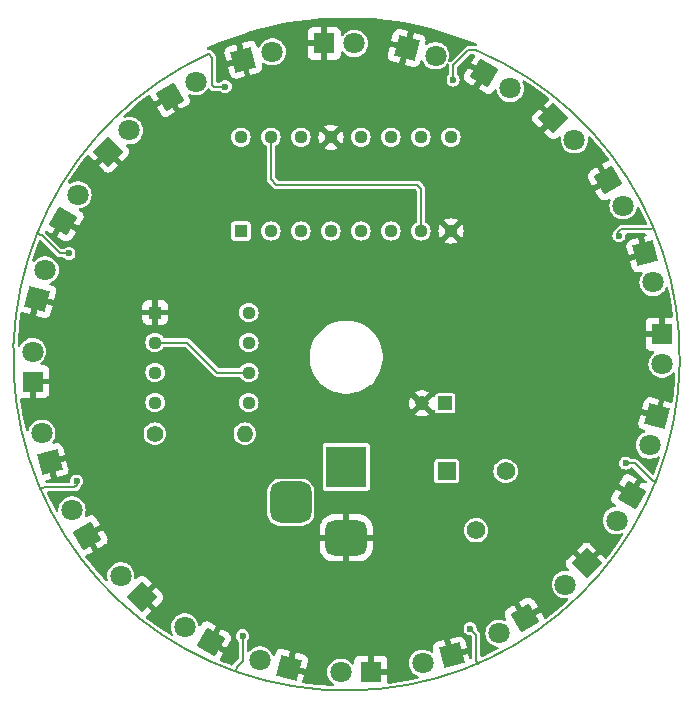
<source format=gbr>
%TF.GenerationSoftware,KiCad,Pcbnew,8.0.9*%
%TF.CreationDate,2025-12-12T10:11:10+01:00*%
%TF.ProjectId,Project,50726f6a-6563-4742-9e6b-696361645f70,rev?*%
%TF.SameCoordinates,Original*%
%TF.FileFunction,Copper,L2,Bot*%
%TF.FilePolarity,Positive*%
%FSLAX46Y46*%
G04 Gerber Fmt 4.6, Leading zero omitted, Abs format (unit mm)*
G04 Created by KiCad (PCBNEW 8.0.9) date 2025-12-12 10:11:10*
%MOMM*%
%LPD*%
G01*
G04 APERTURE LIST*
G04 Aperture macros list*
%AMRoundRect*
0 Rectangle with rounded corners*
0 $1 Rounding radius*
0 $2 $3 $4 $5 $6 $7 $8 $9 X,Y pos of 4 corners*
0 Add a 4 corners polygon primitive as box body*
4,1,4,$2,$3,$4,$5,$6,$7,$8,$9,$2,$3,0*
0 Add four circle primitives for the rounded corners*
1,1,$1+$1,$2,$3*
1,1,$1+$1,$4,$5*
1,1,$1+$1,$6,$7*
1,1,$1+$1,$8,$9*
0 Add four rect primitives between the rounded corners*
20,1,$1+$1,$2,$3,$4,$5,0*
20,1,$1+$1,$4,$5,$6,$7,0*
20,1,$1+$1,$6,$7,$8,$9,0*
20,1,$1+$1,$8,$9,$2,$3,0*%
%AMRotRect*
0 Rectangle, with rotation*
0 The origin of the aperture is its center*
0 $1 length*
0 $2 width*
0 $3 Rotation angle, in degrees counterclockwise*
0 Add horizontal line*
21,1,$1,$2,0,0,$3*%
G04 Aperture macros list end*
%TA.AperFunction,Conductor*%
%ADD10C,0.200000*%
%TD*%
%TA.AperFunction,ComponentPad*%
%ADD11R,1.800000X1.800000*%
%TD*%
%TA.AperFunction,ComponentPad*%
%ADD12C,1.800000*%
%TD*%
%TA.AperFunction,ComponentPad*%
%ADD13RotRect,1.800000X1.800000X345.000000*%
%TD*%
%TA.AperFunction,ComponentPad*%
%ADD14RotRect,1.800000X1.800000X45.000000*%
%TD*%
%TA.AperFunction,ComponentPad*%
%ADD15RotRect,1.800000X1.800000X210.000000*%
%TD*%
%TA.AperFunction,ComponentPad*%
%ADD16RotRect,1.800000X1.800000X330.000000*%
%TD*%
%TA.AperFunction,ComponentPad*%
%ADD17RotRect,1.800000X1.800000X15.000000*%
%TD*%
%TA.AperFunction,ComponentPad*%
%ADD18RotRect,1.800000X1.800000X240.000000*%
%TD*%
%TA.AperFunction,ComponentPad*%
%ADD19C,1.400000*%
%TD*%
%TA.AperFunction,ComponentPad*%
%ADD20O,1.400000X1.400000*%
%TD*%
%TA.AperFunction,ComponentPad*%
%ADD21RotRect,1.800000X1.800000X300.000000*%
%TD*%
%TA.AperFunction,ComponentPad*%
%ADD22RotRect,1.800000X1.800000X75.000000*%
%TD*%
%TA.AperFunction,ComponentPad*%
%ADD23RotRect,1.800000X1.800000X135.000000*%
%TD*%
%TA.AperFunction,ComponentPad*%
%ADD24R,1.130000X1.130000*%
%TD*%
%TA.AperFunction,ComponentPad*%
%ADD25C,1.130000*%
%TD*%
%TA.AperFunction,ComponentPad*%
%ADD26RotRect,1.800000X1.800000X60.000000*%
%TD*%
%TA.AperFunction,ComponentPad*%
%ADD27RotRect,1.800000X1.800000X285.000000*%
%TD*%
%TA.AperFunction,ComponentPad*%
%ADD28RotRect,1.800000X1.800000X195.000000*%
%TD*%
%TA.AperFunction,ComponentPad*%
%ADD29RotRect,1.800000X1.800000X120.000000*%
%TD*%
%TA.AperFunction,ComponentPad*%
%ADD30R,1.560000X1.560000*%
%TD*%
%TA.AperFunction,ComponentPad*%
%ADD31C,1.560000*%
%TD*%
%TA.AperFunction,ComponentPad*%
%ADD32RotRect,1.800000X1.800000X105.000000*%
%TD*%
%TA.AperFunction,ComponentPad*%
%ADD33RotRect,1.800000X1.800000X255.000000*%
%TD*%
%TA.AperFunction,ComponentPad*%
%ADD34RotRect,1.800000X1.800000X225.000000*%
%TD*%
%TA.AperFunction,ComponentPad*%
%ADD35RotRect,1.800000X1.800000X315.000000*%
%TD*%
%TA.AperFunction,ComponentPad*%
%ADD36RotRect,1.800000X1.800000X30.000000*%
%TD*%
%TA.AperFunction,ComponentPad*%
%ADD37RotRect,1.800000X1.800000X165.000000*%
%TD*%
%TA.AperFunction,ComponentPad*%
%ADD38RotRect,1.800000X1.800000X150.000000*%
%TD*%
%TA.AperFunction,ComponentPad*%
%ADD39R,1.200000X1.200000*%
%TD*%
%TA.AperFunction,ComponentPad*%
%ADD40C,1.200000*%
%TD*%
%TA.AperFunction,ComponentPad*%
%ADD41R,3.500000X3.500000*%
%TD*%
%TA.AperFunction,ComponentPad*%
%ADD42RoundRect,0.750000X1.000000X-0.750000X1.000000X0.750000X-1.000000X0.750000X-1.000000X-0.750000X0*%
%TD*%
%TA.AperFunction,ComponentPad*%
%ADD43RoundRect,0.875000X0.875000X-0.875000X0.875000X0.875000X-0.875000X0.875000X-0.875000X-0.875000X0*%
%TD*%
%TA.AperFunction,ViaPad*%
%ADD44C,0.600000*%
%TD*%
G04 APERTURE END LIST*
D10*
%TO.N,/LED_GREEN/LED_GREEN*%
X169899105Y-126307991D02*
X169800495Y-126676008D01*
X190223639Y-74110805D02*
G75*
G02*
X167513000Y-74396601I-11030320J-25968787D01*
G01*
X204975801Y-89238180D02*
X205162452Y-89130417D01*
X190190278Y-125772273D02*
X190333960Y-126021142D01*
X153629887Y-111084888D02*
X153263159Y-111275880D01*
X153378921Y-89744166D02*
X152986369Y-89638982D01*
X205146590Y-110583715D02*
X205367400Y-110642881D01*
%TD*%
D11*
%TO.P,D3,1,K*%
%TO.N,GND*%
X205917800Y-98120200D03*
D12*
%TO.P,D3,2,A*%
%TO.N,Net-(D3-A)*%
X205917801Y-100660201D03*
%TD*%
D13*
%TO.P,D9,1,K*%
%TO.N,GND*%
X184277000Y-73888600D03*
D12*
%TO.P,D9,2,A*%
%TO.N,Net-(D9-A)*%
X186730452Y-74546000D03*
%TD*%
D14*
%TO.P,D8,1,K*%
%TO.N,GND*%
X159021031Y-82676653D03*
D12*
%TO.P,D8,2,A*%
%TO.N,Net-(D8-A)*%
X160817083Y-80880602D03*
%TD*%
D15*
%TO.P,D12,1,K*%
%TO.N,GND*%
X194310000Y-122174000D03*
D12*
%TO.P,D12,2,A*%
%TO.N,Net-(D12-A)*%
X192110294Y-123444002D03*
%TD*%
D16*
%TO.P,D17,1,K*%
%TO.N,GND*%
X190855600Y-76047600D03*
D12*
%TO.P,D17,2,A*%
%TO.N,Net-(D17-A)*%
X193055305Y-77317600D03*
%TD*%
D17*
%TO.P,D24,1,K*%
%TO.N,GND*%
X170457670Y-74883587D03*
D12*
%TO.P,D24,2,A*%
%TO.N,Net-(D24-A)*%
X172911122Y-74226187D03*
%TD*%
D18*
%TO.P,D19,1,K*%
%TO.N,GND*%
X203327000Y-111701547D03*
D12*
%TO.P,D19,2,A*%
%TO.N,Net-(D19-A)*%
X202057000Y-113901253D03*
%TD*%
D19*
%TO.P,R25,1*%
%TO.N,+12V*%
X162966400Y-106553000D03*
D20*
%TO.P,R25,2*%
%TO.N,/POT*%
X170586400Y-106553000D03*
%TD*%
D21*
%TO.P,D10,1,K*%
%TO.N,GND*%
X201345800Y-85064600D03*
D12*
%TO.P,D10,2,A*%
%TO.N,Net-(D10-A)*%
X202615801Y-87264305D03*
%TD*%
D22*
%TO.P,D15,1,K*%
%TO.N,GND*%
X153023590Y-95145089D03*
D12*
%TO.P,D15,2,A*%
%TO.N,Net-(D15-A)*%
X153680992Y-92691637D03*
%TD*%
D23*
%TO.P,D6,1,K*%
%TO.N,GND*%
X161874200Y-120370600D03*
D12*
%TO.P,D6,2,A*%
%TO.N,Net-(D6-A)*%
X160078147Y-118574546D03*
%TD*%
D24*
%TO.P,IC1,1,Q5*%
%TO.N,unconnected-(IC1-Q5-Pad1)*%
X170256200Y-89390200D03*
D25*
%TO.P,IC1,2,Q1*%
%TO.N,/LED_RED/LED_RED*%
X172796201Y-89390199D03*
%TO.P,IC1,3,Q0*%
%TO.N,/LED_GREEN/LED_GREEN*%
X175336200Y-89390200D03*
%TO.P,IC1,4,Q2*%
%TO.N,/LED_BLUE/LED_BLUE*%
X177876200Y-89390202D03*
%TO.P,IC1,5,Q6*%
%TO.N,unconnected-(IC1-Q6-Pad5)*%
X180416199Y-89390201D03*
%TO.P,IC1,6,Q7*%
%TO.N,unconnected-(IC1-Q7-Pad6)*%
X182956200Y-89390200D03*
%TO.P,IC1,7,Q3*%
%TO.N,/RESET*%
X185496200Y-89390202D03*
%TO.P,IC1,8,VSS*%
%TO.N,GND*%
X188036199Y-89390200D03*
%TO.P,IC1,9,Q8*%
%TO.N,unconnected-(IC1-Q8-Pad9)*%
X188036200Y-81450200D03*
%TO.P,IC1,10,Q4*%
%TO.N,unconnected-(IC1-Q4-Pad10)*%
X185496199Y-81450201D03*
%TO.P,IC1,11,Q9*%
%TO.N,unconnected-(IC1-Q9-Pad11)*%
X182956200Y-81450200D03*
%TO.P,IC1,12,COUT*%
%TO.N,unconnected-(IC1-COUT-Pad12)*%
X180416200Y-81450198D03*
%TO.P,IC1,13,CKEN*%
%TO.N,GND*%
X177876201Y-81450199D03*
%TO.P,IC1,14,CLOCK*%
%TO.N,Net-(IC1-CLOCK)*%
X175336200Y-81450200D03*
%TO.P,IC1,15,RESET*%
%TO.N,/RESET*%
X172796200Y-81450198D03*
%TO.P,IC1,16,VDD*%
%TO.N,+12V*%
X170256201Y-81450200D03*
%TD*%
D26*
%TO.P,D23,1,K*%
%TO.N,GND*%
X155194000Y-88519000D03*
D12*
%TO.P,D23,2,A*%
%TO.N,Net-(D23-A)*%
X156464001Y-86319295D03*
%TD*%
D27*
%TO.P,D18,1,K*%
%TO.N,GND*%
X204495400Y-91287600D03*
D12*
%TO.P,D18,2,A*%
%TO.N,Net-(D18-A)*%
X205152802Y-93741052D03*
%TD*%
D28*
%TO.P,D20,1,K*%
%TO.N,GND*%
X188087000Y-125323600D03*
D12*
%TO.P,D20,2,A*%
%TO.N,Net-(D20-A)*%
X185633546Y-125981002D03*
%TD*%
D29*
%TO.P,D14,1,K*%
%TO.N,GND*%
X157226000Y-115189000D03*
D12*
%TO.P,D14,2,A*%
%TO.N,Net-(D14-A)*%
X155956000Y-112989294D03*
%TD*%
D30*
%TO.P,RV1,1,1*%
%TO.N,/POT*%
X187669800Y-109723200D03*
D31*
%TO.P,RV1,2,2*%
%TO.N,Net-(IC2-THRES)*%
X190169800Y-114723200D03*
%TO.P,RV1,3,3*%
%TO.N,unconnected-(RV1-Pad3)*%
X192669800Y-109723200D03*
%TD*%
D32*
%TO.P,D22,1,K*%
%TO.N,GND*%
X154055387Y-108967729D03*
D12*
%TO.P,D22,2,A*%
%TO.N,Net-(D22-A)*%
X153397987Y-106514276D03*
%TD*%
D33*
%TO.P,D11,1,K*%
%TO.N,GND*%
X205511400Y-105079800D03*
D12*
%TO.P,D11,2,A*%
%TO.N,Net-(D11-A)*%
X204854000Y-107533253D03*
%TD*%
D11*
%TO.P,D5,1,K*%
%TO.N,GND*%
X181254401Y-126746000D03*
D12*
%TO.P,D5,2,A*%
%TO.N,Net-(D5-A)*%
X178714398Y-126746001D03*
%TD*%
D11*
%TO.P,D7,1,K*%
%TO.N,GND*%
X152628600Y-102133400D03*
D12*
%TO.P,D7,2,A*%
%TO.N,Net-(D7-A)*%
X152628601Y-99593399D03*
%TD*%
D11*
%TO.P,D1,1,K*%
%TO.N,GND*%
X177317400Y-73507600D03*
D12*
%TO.P,D1,2,A*%
%TO.N,Net-(D1-A)*%
X179857400Y-73507600D03*
%TD*%
D34*
%TO.P,D4,1,K*%
%TO.N,GND*%
X199517000Y-117525800D03*
D12*
%TO.P,D4,2,A*%
%TO.N,Net-(D4-A)*%
X197720948Y-119321853D03*
%TD*%
D35*
%TO.P,D2,1,K*%
%TO.N,GND*%
X196697600Y-79857600D03*
D12*
%TO.P,D2,2,A*%
%TO.N,Net-(D2-A)*%
X198493652Y-81653651D03*
%TD*%
D36*
%TO.P,D16,1,K*%
%TO.N,GND*%
X164211000Y-78003400D03*
D12*
%TO.P,D16,2,A*%
%TO.N,Net-(D16-A)*%
X166410705Y-76733400D03*
%TD*%
D37*
%TO.P,D13,1,K*%
%TO.N,GND*%
X174309855Y-126362000D03*
D12*
%TO.P,D13,2,A*%
%TO.N,Net-(D13-A)*%
X171856400Y-125704600D03*
%TD*%
D24*
%TO.P,IC2,1,GND*%
%TO.N,GND*%
X162984200Y-96291400D03*
D25*
%TO.P,IC2,2,TRIG*%
%TO.N,Net-(IC2-THRES)*%
X162984200Y-98831400D03*
%TO.P,IC2,3,OUT*%
%TO.N,Net-(IC1-CLOCK)*%
X162984200Y-101371400D03*
%TO.P,IC2,4,RESET*%
%TO.N,+12V*%
X162984200Y-103911400D03*
%TO.P,IC2,5,CONT*%
%TO.N,unconnected-(IC2-CONT-Pad5)*%
X170924200Y-103911400D03*
%TO.P,IC2,6,THRES*%
%TO.N,Net-(IC2-THRES)*%
X170924200Y-101371400D03*
%TO.P,IC2,7,DISCH*%
%TO.N,/POT*%
X170924200Y-98831400D03*
%TO.P,IC2,8,VCC*%
%TO.N,+12V*%
X170924200Y-96291400D03*
%TD*%
D38*
%TO.P,D21,1,K*%
%TO.N,GND*%
X167690800Y-124180600D03*
D12*
%TO.P,D21,2,A*%
%TO.N,Net-(D21-A)*%
X165491094Y-122910598D03*
%TD*%
D39*
%TO.P,C1,1*%
%TO.N,Net-(IC2-THRES)*%
X187560998Y-103987600D03*
D40*
%TO.P,C1,2*%
%TO.N,GND*%
X185560998Y-103987600D03*
%TD*%
D41*
%TO.P,J1,1*%
%TO.N,+12V*%
X179171599Y-109366799D03*
D42*
%TO.P,J1,2*%
%TO.N,GND*%
X179171598Y-115366800D03*
D43*
%TO.P,J1,3*%
%TO.N,unconnected-(J1-Pad3)*%
X174471598Y-112366800D03*
%TD*%
D44*
%TO.N,/LED_GREEN/LED_GREEN*%
X202255866Y-89771585D03*
X188217145Y-76608578D03*
X202837841Y-109044726D03*
X155687671Y-91283153D03*
X170401693Y-123665423D03*
X189655439Y-123067904D03*
X156334257Y-110550047D03*
X168920905Y-77168413D03*
%TD*%
D10*
%TO.N,/LED_GREEN/LED_GREEN*%
X190187041Y-123599506D02*
X190187041Y-125766668D01*
X156151748Y-111081652D02*
X153635492Y-111081652D01*
X154935869Y-91283153D02*
X153403456Y-89750740D01*
X188217145Y-75358655D02*
X189489735Y-74086065D01*
X155687671Y-91283153D02*
X154935869Y-91283153D01*
X202453619Y-89239981D02*
X204954631Y-89239981D01*
X188217145Y-76608578D02*
X188217145Y-75358655D01*
X202209400Y-89725119D02*
X202209400Y-89484200D01*
X156334257Y-110550047D02*
X156334257Y-110899143D01*
X189655439Y-123067904D02*
X190187041Y-123599506D01*
X203589640Y-109044726D02*
X205122055Y-110577141D01*
X169899105Y-126264895D02*
X169899105Y-126307991D01*
X189489735Y-74086065D02*
X190234148Y-74086065D01*
X156334257Y-110899143D02*
X156151748Y-111081652D01*
X167817800Y-77038200D02*
X167817800Y-74701401D01*
X202255866Y-89771585D02*
X202209400Y-89725119D01*
X170401693Y-123665423D02*
X170401693Y-125762307D01*
X170401693Y-125762307D02*
X169899105Y-126264895D01*
X168920905Y-77168413D02*
X167948013Y-77168413D01*
X202837841Y-109044726D02*
X203589640Y-109044726D01*
X167817800Y-74701401D02*
X167513000Y-74396601D01*
X167948013Y-77168413D02*
X167817800Y-77038200D01*
X202209400Y-89484200D02*
X202453619Y-89239981D01*
%TO.N,Net-(IC2-THRES)*%
X168249600Y-101371400D02*
X165709600Y-98831400D01*
X165709600Y-98831400D02*
X162984200Y-98831400D01*
X170924200Y-101371400D02*
X168249600Y-101371400D01*
%TO.N,/RESET*%
X172796200Y-85013800D02*
X173253400Y-85471000D01*
X185166000Y-85471000D02*
X185496200Y-85801200D01*
X173253400Y-85471000D02*
X185166000Y-85471000D01*
X172796200Y-81450198D02*
X172796200Y-85013800D01*
X185496200Y-85801200D02*
X185496200Y-89390202D01*
%TD*%
%TA.AperFunction,Conductor*%
%TO.N,GND*%
G36*
X180244735Y-71334138D02*
G01*
X180249326Y-71334310D01*
X181318714Y-71394365D01*
X181323268Y-71394707D01*
X182265488Y-71483062D01*
X182389600Y-71494701D01*
X182394208Y-71495220D01*
X182635985Y-71527050D01*
X183456058Y-71635015D01*
X183460602Y-71635699D01*
X184516502Y-71815104D01*
X184521033Y-71815961D01*
X185569503Y-72034726D01*
X185573946Y-72035740D01*
X186613474Y-72293547D01*
X186617954Y-72294747D01*
X187647132Y-72591248D01*
X187651508Y-72592598D01*
X188668888Y-72927377D01*
X188673230Y-72928896D01*
X189677348Y-73301469D01*
X189681632Y-73303150D01*
X190082672Y-73469267D01*
X190149635Y-73497004D01*
X190204038Y-73540845D01*
X190226103Y-73607139D01*
X190208824Y-73674839D01*
X190157686Y-73722449D01*
X190102182Y-73735565D01*
X189443591Y-73735565D01*
X189354447Y-73759451D01*
X189354444Y-73759452D01*
X189274526Y-73805592D01*
X189274521Y-73805596D01*
X188022634Y-75057483D01*
X187961311Y-75090968D01*
X187891619Y-75085984D01*
X187835686Y-75044112D01*
X187811269Y-74978648D01*
X187815686Y-74935871D01*
X187866208Y-74758310D01*
X187885881Y-74546000D01*
X187866208Y-74333690D01*
X187807857Y-74128611D01*
X187807855Y-74128606D01*
X187807855Y-74128605D01*
X187712819Y-73937746D01*
X187584324Y-73767593D01*
X187549191Y-73735565D01*
X187426754Y-73623948D01*
X187245471Y-73511702D01*
X187245469Y-73511701D01*
X187129012Y-73466586D01*
X187046650Y-73434679D01*
X186837062Y-73395500D01*
X186623842Y-73395500D01*
X186414254Y-73434679D01*
X186414251Y-73434679D01*
X186414251Y-73434680D01*
X186215434Y-73511701D01*
X186215432Y-73511702D01*
X186034148Y-73623949D01*
X186033635Y-73624417D01*
X186033335Y-73624563D01*
X186029576Y-73627402D01*
X186029020Y-73626666D01*
X185970828Y-73655030D01*
X185901442Y-73646827D01*
X185847505Y-73602413D01*
X185826142Y-73535889D01*
X185830328Y-73500680D01*
X185874614Y-73335402D01*
X185883839Y-73276240D01*
X185883839Y-73276239D01*
X185870173Y-73133110D01*
X185816736Y-72999633D01*
X185727862Y-72886618D01*
X185727861Y-72886617D01*
X185610736Y-72803214D01*
X185610737Y-72803214D01*
X185554890Y-72781624D01*
X185554872Y-72781619D01*
X184880828Y-72601008D01*
X184615610Y-73590814D01*
X184553306Y-73528510D01*
X184450694Y-73469267D01*
X184336244Y-73438600D01*
X184217756Y-73438600D01*
X184132645Y-73461405D01*
X184397864Y-72471599D01*
X183723803Y-72290985D01*
X183664640Y-72281760D01*
X183664639Y-72281760D01*
X183521510Y-72295426D01*
X183388033Y-72348863D01*
X183275018Y-72437737D01*
X183275017Y-72437738D01*
X183191614Y-72554863D01*
X183170024Y-72610709D01*
X183170019Y-72610727D01*
X182989408Y-73284770D01*
X183979214Y-73549989D01*
X183916910Y-73612294D01*
X183857667Y-73714906D01*
X183827000Y-73829356D01*
X183827000Y-73947844D01*
X183849804Y-74032951D01*
X182859999Y-73767734D01*
X182679385Y-74441794D01*
X182670160Y-74500959D01*
X182670160Y-74500960D01*
X182683826Y-74644089D01*
X182737263Y-74777566D01*
X182826137Y-74890581D01*
X182826138Y-74890582D01*
X182943263Y-74973985D01*
X182943262Y-74973985D01*
X182999109Y-74995575D01*
X182999127Y-74995580D01*
X183673170Y-75176190D01*
X183938388Y-74186384D01*
X184000694Y-74248690D01*
X184103306Y-74307933D01*
X184217756Y-74338600D01*
X184336244Y-74338600D01*
X184421351Y-74315795D01*
X184156134Y-75305599D01*
X184830197Y-75486214D01*
X184889359Y-75495439D01*
X184889360Y-75495439D01*
X185032489Y-75481773D01*
X185165966Y-75428336D01*
X185278981Y-75339462D01*
X185278982Y-75339461D01*
X185362385Y-75222336D01*
X185383975Y-75166490D01*
X185383982Y-75166468D01*
X185428717Y-74999512D01*
X185465082Y-74939851D01*
X185527928Y-74909322D01*
X185597304Y-74917616D01*
X185651182Y-74962102D01*
X185659492Y-74976334D01*
X185748084Y-75154253D01*
X185876579Y-75324406D01*
X185876580Y-75324407D01*
X186034150Y-75468052D01*
X186215433Y-75580298D01*
X186414254Y-75657321D01*
X186623842Y-75696500D01*
X186623844Y-75696500D01*
X186837060Y-75696500D01*
X186837062Y-75696500D01*
X187046650Y-75657321D01*
X187245471Y-75580298D01*
X187426754Y-75468052D01*
X187584324Y-75324407D01*
X187643691Y-75245792D01*
X187699800Y-75204157D01*
X187769512Y-75199466D01*
X187830694Y-75233208D01*
X187863921Y-75294672D01*
X187866645Y-75320520D01*
X187866645Y-76122486D01*
X187846960Y-76189525D01*
X187829058Y-76208990D01*
X187830274Y-76210206D01*
X187824529Y-76215950D01*
X187736282Y-76330955D01*
X187680816Y-76464865D01*
X187680815Y-76464869D01*
X187663932Y-76593109D01*
X187661895Y-76608578D01*
X187680619Y-76750802D01*
X187680815Y-76752286D01*
X187680816Y-76752290D01*
X187736282Y-76886200D01*
X187736283Y-76886202D01*
X187736284Y-76886203D01*
X187824524Y-77001199D01*
X187939520Y-77089439D01*
X188073436Y-77144908D01*
X188200425Y-77161626D01*
X188217144Y-77163828D01*
X188217145Y-77163828D01*
X188217146Y-77163828D01*
X188232122Y-77161856D01*
X188360854Y-77144908D01*
X188494770Y-77089439D01*
X188609766Y-77001199D01*
X188698006Y-76886203D01*
X188753475Y-76752287D01*
X188772395Y-76608578D01*
X188753475Y-76464869D01*
X188698006Y-76330953D01*
X188609766Y-76215957D01*
X188609764Y-76215955D01*
X188609760Y-76215950D01*
X188604016Y-76210206D01*
X188606532Y-76207689D01*
X188574942Y-76164395D01*
X188567645Y-76122486D01*
X188567645Y-75555199D01*
X188587330Y-75488160D01*
X188603964Y-75467518D01*
X189598598Y-74472884D01*
X189659921Y-74439399D01*
X189686279Y-74436565D01*
X189954376Y-74436565D01*
X190021415Y-74456250D01*
X190067170Y-74509054D01*
X190077114Y-74578212D01*
X190061763Y-74622565D01*
X189768163Y-75131092D01*
X189768163Y-75131093D01*
X190655599Y-75643454D01*
X190579294Y-75687510D01*
X190495510Y-75771294D01*
X190436267Y-75873906D01*
X190405600Y-75988356D01*
X190405600Y-76076466D01*
X189518164Y-75564105D01*
X189518163Y-75564105D01*
X189169253Y-76168435D01*
X189145021Y-76223212D01*
X189145019Y-76223218D01*
X189121178Y-76365000D01*
X189121177Y-76365002D01*
X189138248Y-76507762D01*
X189194846Y-76639935D01*
X189286386Y-76750802D01*
X189286390Y-76750805D01*
X189334755Y-76786121D01*
X189334760Y-76786124D01*
X189939092Y-77135035D01*
X189939093Y-77135035D01*
X190451454Y-76247599D01*
X190495510Y-76323906D01*
X190579294Y-76407690D01*
X190681906Y-76466933D01*
X190796356Y-76497600D01*
X190884466Y-76497600D01*
X190372105Y-77385034D01*
X190372105Y-77385035D01*
X190976435Y-77733946D01*
X191031212Y-77758178D01*
X191031218Y-77758180D01*
X191173000Y-77782021D01*
X191173002Y-77782022D01*
X191315762Y-77764951D01*
X191447935Y-77708353D01*
X191558802Y-77616813D01*
X191558805Y-77616809D01*
X191594120Y-77568445D01*
X191682724Y-77414977D01*
X191733291Y-77366761D01*
X191801898Y-77353537D01*
X191866763Y-77379505D01*
X191907292Y-77436419D01*
X191913583Y-77465533D01*
X191919549Y-77529911D01*
X191930513Y-77568445D01*
X191974677Y-77723663D01*
X191977901Y-77734992D01*
X191977901Y-77734994D01*
X192072937Y-77925853D01*
X192118198Y-77985787D01*
X192201433Y-78096007D01*
X192359003Y-78239652D01*
X192540286Y-78351898D01*
X192739107Y-78428921D01*
X192948695Y-78468100D01*
X192948697Y-78468100D01*
X193161913Y-78468100D01*
X193161915Y-78468100D01*
X193371503Y-78428921D01*
X193570324Y-78351898D01*
X193751607Y-78239652D01*
X193909177Y-78096007D01*
X194037671Y-77925855D01*
X194117791Y-77764951D01*
X194132708Y-77734994D01*
X194132708Y-77734993D01*
X194132710Y-77734989D01*
X194191061Y-77529910D01*
X194210734Y-77317600D01*
X194191061Y-77105290D01*
X194132710Y-76900211D01*
X194087645Y-76809709D01*
X194075386Y-76740925D01*
X194102259Y-76676430D01*
X194159736Y-76636702D01*
X194229566Y-76634356D01*
X194265657Y-76650105D01*
X194687996Y-76921375D01*
X194691845Y-76923951D01*
X195548015Y-77520516D01*
X195551768Y-77523237D01*
X196293189Y-78082414D01*
X196334859Y-78138497D01*
X196339594Y-78208206D01*
X196306204Y-78269095D01*
X195884427Y-78690872D01*
X195884427Y-78690873D01*
X196609015Y-79415461D01*
X196523906Y-79438267D01*
X196421294Y-79497510D01*
X196337510Y-79581294D01*
X196278267Y-79683906D01*
X196255461Y-79769015D01*
X195530873Y-79044427D01*
X195530872Y-79044427D01*
X195037437Y-79537862D01*
X194999853Y-79584502D01*
X194940127Y-79715281D01*
X194940126Y-79715286D01*
X194919666Y-79857600D01*
X194940126Y-79999913D01*
X194940127Y-79999918D01*
X194999853Y-80130697D01*
X195037433Y-80177332D01*
X195530873Y-80670772D01*
X196255461Y-79946184D01*
X196278267Y-80031294D01*
X196337510Y-80133906D01*
X196421294Y-80217690D01*
X196523906Y-80276933D01*
X196609014Y-80299737D01*
X195884427Y-81024325D01*
X195884427Y-81024326D01*
X196377867Y-81517766D01*
X196424502Y-81555346D01*
X196555281Y-81615072D01*
X196555286Y-81615073D01*
X196697600Y-81635533D01*
X196839913Y-81615073D01*
X196839918Y-81615072D01*
X196970697Y-81555346D01*
X197017329Y-81517768D01*
X197142031Y-81393066D01*
X197203354Y-81359581D01*
X197273046Y-81364565D01*
X197328980Y-81406436D01*
X197353397Y-81471900D01*
X197353184Y-81492188D01*
X197339902Y-81635533D01*
X197338223Y-81653651D01*
X197357896Y-81865961D01*
X197409026Y-82045663D01*
X197416248Y-82071043D01*
X197416248Y-82071045D01*
X197511284Y-82261904D01*
X197618255Y-82403555D01*
X197639780Y-82432058D01*
X197797350Y-82575703D01*
X197978633Y-82687949D01*
X198177454Y-82764972D01*
X198387042Y-82804151D01*
X198387044Y-82804151D01*
X198600260Y-82804151D01*
X198600262Y-82804151D01*
X198809850Y-82764972D01*
X199008671Y-82687949D01*
X199189954Y-82575703D01*
X199347524Y-82432058D01*
X199476018Y-82261906D01*
X199555842Y-82101596D01*
X199571055Y-82071045D01*
X199571055Y-82071044D01*
X199571057Y-82071040D01*
X199629408Y-81865961D01*
X199649081Y-81653651D01*
X199632963Y-81479713D01*
X199646378Y-81411147D01*
X199694735Y-81360715D01*
X199762681Y-81344432D01*
X199828643Y-81367469D01*
X199848294Y-81384982D01*
X200181887Y-81752889D01*
X200184955Y-81756403D01*
X200856309Y-82555241D01*
X200859242Y-82558868D01*
X201400058Y-83253857D01*
X201425694Y-83318853D01*
X201412121Y-83387392D01*
X201364197Y-83437396D01*
X200862305Y-83727163D01*
X200862305Y-83727164D01*
X201374667Y-84614600D01*
X201286556Y-84614600D01*
X201172106Y-84645267D01*
X201069494Y-84704510D01*
X200985710Y-84788294D01*
X200941654Y-84864599D01*
X200429293Y-83977163D01*
X200429292Y-83977163D01*
X199824951Y-84326081D01*
X199776590Y-84361394D01*
X199776586Y-84361397D01*
X199685046Y-84472264D01*
X199628448Y-84604437D01*
X199611377Y-84747197D01*
X199611378Y-84747199D01*
X199635219Y-84888981D01*
X199635221Y-84888987D01*
X199659453Y-84943764D01*
X200008363Y-85548093D01*
X200008364Y-85548093D01*
X200895800Y-85035731D01*
X200895800Y-85123844D01*
X200926467Y-85238294D01*
X200985710Y-85340906D01*
X201069494Y-85424690D01*
X201145798Y-85468744D01*
X200258363Y-85981105D01*
X200258363Y-85981106D01*
X200607275Y-86585439D01*
X200607278Y-86585444D01*
X200642594Y-86633809D01*
X200642597Y-86633813D01*
X200753464Y-86725353D01*
X200885637Y-86781951D01*
X201028397Y-86799022D01*
X201028399Y-86799021D01*
X201170181Y-86775180D01*
X201170187Y-86775178D01*
X201224964Y-86750946D01*
X201375451Y-86664062D01*
X201443351Y-86647589D01*
X201509378Y-86670441D01*
X201552568Y-86725362D01*
X201559210Y-86794916D01*
X201548453Y-86826718D01*
X201538396Y-86846915D01*
X201480045Y-87051994D01*
X201460372Y-87264304D01*
X201460372Y-87264305D01*
X201480045Y-87476615D01*
X201538397Y-87681697D01*
X201538397Y-87681699D01*
X201633433Y-87872558D01*
X201761928Y-88042711D01*
X201761929Y-88042712D01*
X201919499Y-88186357D01*
X202100782Y-88298603D01*
X202299603Y-88375626D01*
X202509191Y-88414805D01*
X202509193Y-88414805D01*
X202722409Y-88414805D01*
X202722411Y-88414805D01*
X202931999Y-88375626D01*
X203130820Y-88298603D01*
X203312103Y-88186357D01*
X203469673Y-88042712D01*
X203598167Y-87872560D01*
X203644018Y-87780478D01*
X203693204Y-87681699D01*
X203693204Y-87681698D01*
X203693206Y-87681694D01*
X203751557Y-87476615D01*
X203756184Y-87426673D01*
X203781969Y-87361737D01*
X203838769Y-87321049D01*
X203908550Y-87317528D01*
X203969157Y-87352292D01*
X203990030Y-87381604D01*
X204228774Y-87847913D01*
X204230821Y-87852104D01*
X204631543Y-88713162D01*
X204641982Y-88782247D01*
X204613414Y-88846009D01*
X204554908Y-88884204D01*
X204519121Y-88889481D01*
X202407475Y-88889481D01*
X202318331Y-88913367D01*
X202318328Y-88913368D01*
X202238410Y-88959508D01*
X202238405Y-88959512D01*
X201928931Y-89268986D01*
X201928927Y-89268991D01*
X201893947Y-89329580D01*
X201878723Y-89355949D01*
X201877384Y-89355176D01*
X201866616Y-89371308D01*
X201868192Y-89372518D01*
X201863246Y-89378962D01*
X201863245Y-89378964D01*
X201819859Y-89435505D01*
X201775003Y-89493962D01*
X201719537Y-89627872D01*
X201719536Y-89627876D01*
X201700616Y-89771584D01*
X201700616Y-89771585D01*
X201719536Y-89915293D01*
X201719537Y-89915297D01*
X201775003Y-90049207D01*
X201775004Y-90049209D01*
X201775005Y-90049210D01*
X201863245Y-90164206D01*
X201978241Y-90252446D01*
X202112157Y-90307915D01*
X202239146Y-90324633D01*
X202255865Y-90326835D01*
X202255866Y-90326835D01*
X202255867Y-90326835D01*
X202270843Y-90324863D01*
X202399575Y-90307915D01*
X202533491Y-90252446D01*
X202648487Y-90164206D01*
X202736727Y-90049210D01*
X202792196Y-89915294D01*
X202811116Y-89771585D01*
X202807783Y-89746272D01*
X202805729Y-89730667D01*
X202816494Y-89661631D01*
X202862874Y-89609375D01*
X202928668Y-89590481D01*
X204478075Y-89590481D01*
X204545114Y-89610166D01*
X204590869Y-89662970D01*
X204600813Y-89732128D01*
X204571788Y-89795684D01*
X204513010Y-89833458D01*
X204510169Y-89834256D01*
X204374534Y-89870599D01*
X204639751Y-90860404D01*
X204554644Y-90837600D01*
X204436156Y-90837600D01*
X204321706Y-90868267D01*
X204219094Y-90927510D01*
X204156789Y-90989814D01*
X203891570Y-90000008D01*
X203217527Y-90180619D01*
X203217509Y-90180624D01*
X203161663Y-90202214D01*
X203044538Y-90285617D01*
X203044537Y-90285618D01*
X202955663Y-90398633D01*
X202902226Y-90532110D01*
X202888560Y-90675239D01*
X202888560Y-90675240D01*
X202897785Y-90734403D01*
X203078399Y-91408464D01*
X204068205Y-91143245D01*
X204045400Y-91228356D01*
X204045400Y-91346844D01*
X204076067Y-91461294D01*
X204135310Y-91563906D01*
X204197613Y-91626209D01*
X203207808Y-91891428D01*
X203388419Y-92565472D01*
X203388424Y-92565490D01*
X203410014Y-92621336D01*
X203493417Y-92738461D01*
X203493418Y-92738462D01*
X203606433Y-92827336D01*
X203739910Y-92880773D01*
X203883039Y-92894439D01*
X203883040Y-92894439D01*
X203942202Y-92885214D01*
X204114295Y-92839102D01*
X204184145Y-92840765D01*
X204242008Y-92879927D01*
X204269512Y-92944155D01*
X204257926Y-93013058D01*
X204245343Y-93033604D01*
X204170435Y-93132798D01*
X204075398Y-93323657D01*
X204075398Y-93323659D01*
X204017046Y-93528741D01*
X203997373Y-93741051D01*
X203997373Y-93741052D01*
X204017046Y-93953362D01*
X204075398Y-94158444D01*
X204075398Y-94158446D01*
X204170434Y-94349305D01*
X204200863Y-94389599D01*
X204298930Y-94519459D01*
X204456500Y-94663104D01*
X204637783Y-94775350D01*
X204836604Y-94852373D01*
X205046192Y-94891552D01*
X205046194Y-94891552D01*
X205259410Y-94891552D01*
X205259412Y-94891552D01*
X205469000Y-94852373D01*
X205667821Y-94775350D01*
X205849104Y-94663104D01*
X206006674Y-94519459D01*
X206135168Y-94349307D01*
X206201988Y-94215112D01*
X206249488Y-94163879D01*
X206317150Y-94146457D01*
X206383491Y-94168382D01*
X206427447Y-94222693D01*
X206434265Y-94244555D01*
X206549636Y-94786206D01*
X206550522Y-94790785D01*
X206729365Y-95818821D01*
X206730078Y-95823431D01*
X206832491Y-96579557D01*
X206821983Y-96648632D01*
X206775797Y-96701060D01*
X206709613Y-96720200D01*
X206167800Y-96720200D01*
X206167800Y-97744922D01*
X206091494Y-97700867D01*
X205977044Y-97670200D01*
X205858556Y-97670200D01*
X205744106Y-97700867D01*
X205667800Y-97744922D01*
X205667800Y-96720200D01*
X204969955Y-96720200D01*
X204910427Y-96726601D01*
X204910420Y-96726603D01*
X204775713Y-96776845D01*
X204775706Y-96776849D01*
X204660612Y-96863009D01*
X204660609Y-96863012D01*
X204574449Y-96978106D01*
X204574445Y-96978113D01*
X204524203Y-97112820D01*
X204524201Y-97112827D01*
X204517800Y-97172355D01*
X204517800Y-97870200D01*
X205542522Y-97870200D01*
X205498467Y-97946506D01*
X205467800Y-98060956D01*
X205467800Y-98179444D01*
X205498467Y-98293894D01*
X205542522Y-98370200D01*
X204517800Y-98370200D01*
X204517800Y-99068044D01*
X204524201Y-99127572D01*
X204524203Y-99127579D01*
X204574445Y-99262286D01*
X204574449Y-99262293D01*
X204660609Y-99377387D01*
X204660612Y-99377390D01*
X204775706Y-99463550D01*
X204775713Y-99463554D01*
X204910420Y-99513796D01*
X204910427Y-99513798D01*
X204969955Y-99520199D01*
X204969972Y-99520200D01*
X205140497Y-99520200D01*
X205207536Y-99539885D01*
X205253291Y-99592689D01*
X205263235Y-99661847D01*
X205234210Y-99725403D01*
X205224035Y-99735837D01*
X205063930Y-99881791D01*
X204935433Y-100051947D01*
X204840397Y-100242806D01*
X204840397Y-100242808D01*
X204782045Y-100447890D01*
X204762372Y-100660200D01*
X204762372Y-100660201D01*
X204782045Y-100872511D01*
X204840397Y-101077593D01*
X204840397Y-101077595D01*
X204935433Y-101268454D01*
X205041859Y-101409383D01*
X205063929Y-101438608D01*
X205221499Y-101582253D01*
X205402782Y-101694499D01*
X205601603Y-101771522D01*
X205811191Y-101810701D01*
X205811193Y-101810701D01*
X206024409Y-101810701D01*
X206024411Y-101810701D01*
X206233999Y-101771522D01*
X206432820Y-101694499D01*
X206614103Y-101582253D01*
X206771673Y-101438608D01*
X206793744Y-101409381D01*
X206849851Y-101367747D01*
X206919563Y-101363054D01*
X206980745Y-101396796D01*
X207013973Y-101458259D01*
X207016520Y-101490736D01*
X206984476Y-102089466D01*
X206984139Y-102094118D01*
X206889223Y-103133266D01*
X206888711Y-103137903D01*
X206799131Y-103830050D01*
X206771005Y-103894008D01*
X206712765Y-103932607D01*
X206644064Y-103933909D01*
X206115228Y-103792208D01*
X205850009Y-104782013D01*
X205787706Y-104719710D01*
X205685094Y-104660467D01*
X205570644Y-104629800D01*
X205452156Y-104629800D01*
X205367045Y-104652605D01*
X205632264Y-103662799D01*
X204958203Y-103482185D01*
X204899040Y-103472960D01*
X204899039Y-103472960D01*
X204755910Y-103486626D01*
X204622433Y-103540063D01*
X204509418Y-103628937D01*
X204509417Y-103628938D01*
X204426014Y-103746063D01*
X204404424Y-103801909D01*
X204404419Y-103801927D01*
X204223808Y-104475970D01*
X205213614Y-104741189D01*
X205151310Y-104803494D01*
X205092067Y-104906106D01*
X205061400Y-105020556D01*
X205061400Y-105139044D01*
X205084204Y-105224151D01*
X204094399Y-104958934D01*
X203913785Y-105632994D01*
X203904560Y-105692159D01*
X203904560Y-105692160D01*
X203918226Y-105835289D01*
X203971663Y-105968766D01*
X204060537Y-106081781D01*
X204060538Y-106081782D01*
X204177663Y-106165185D01*
X204177662Y-106165185D01*
X204233509Y-106186775D01*
X204233531Y-106186782D01*
X204405503Y-106232861D01*
X204465164Y-106269226D01*
X204495693Y-106332073D01*
X204487398Y-106401448D01*
X204442913Y-106455326D01*
X204418205Y-106468262D01*
X204338988Y-106498951D01*
X204338980Y-106498955D01*
X204157699Y-106611200D01*
X204000127Y-106754846D01*
X203871632Y-106924999D01*
X203776596Y-107115858D01*
X203776596Y-107115860D01*
X203718244Y-107320942D01*
X203712695Y-107380832D01*
X203698571Y-107533253D01*
X203718244Y-107745563D01*
X203757162Y-107882345D01*
X203776596Y-107950645D01*
X203776596Y-107950647D01*
X203871632Y-108141506D01*
X203871634Y-108141508D01*
X204000128Y-108311660D01*
X204157698Y-108455305D01*
X204338981Y-108567551D01*
X204537802Y-108644574D01*
X204747390Y-108683753D01*
X204747392Y-108683753D01*
X204960608Y-108683753D01*
X204960610Y-108683753D01*
X205170198Y-108644574D01*
X205369019Y-108567551D01*
X205530937Y-108467294D01*
X205598298Y-108448739D01*
X205664997Y-108469547D01*
X205709859Y-108523113D01*
X205718639Y-108592428D01*
X205714044Y-108611351D01*
X205503314Y-109254130D01*
X205501778Y-109258535D01*
X205244099Y-109954882D01*
X205202372Y-110010923D01*
X205136971Y-110035509D01*
X205068660Y-110020833D01*
X205040125Y-109999529D01*
X203804853Y-108764257D01*
X203804848Y-108764253D01*
X203724931Y-108718113D01*
X203724927Y-108718111D01*
X203719566Y-108716675D01*
X203719566Y-108716674D01*
X203651116Y-108698334D01*
X203635784Y-108694226D01*
X203635783Y-108694226D01*
X203323933Y-108694226D01*
X203256894Y-108674541D01*
X203237428Y-108656639D01*
X203236213Y-108657855D01*
X203230468Y-108652110D01*
X203230462Y-108652105D01*
X203115466Y-108563865D01*
X203115465Y-108563864D01*
X203115463Y-108563863D01*
X202981553Y-108508397D01*
X202981551Y-108508396D01*
X202981550Y-108508396D01*
X202909695Y-108498936D01*
X202837842Y-108489476D01*
X202837840Y-108489476D01*
X202694132Y-108508396D01*
X202694128Y-108508397D01*
X202560218Y-108563863D01*
X202445220Y-108652105D01*
X202356978Y-108767103D01*
X202301512Y-108901013D01*
X202301511Y-108901017D01*
X202299207Y-108918521D01*
X202282591Y-109044726D01*
X202291725Y-109114108D01*
X202301511Y-109188434D01*
X202301512Y-109188438D01*
X202356978Y-109322348D01*
X202356979Y-109322350D01*
X202356980Y-109322351D01*
X202445220Y-109437347D01*
X202560216Y-109525587D01*
X202694132Y-109581056D01*
X202821121Y-109597774D01*
X202837840Y-109599976D01*
X202837841Y-109599976D01*
X202837842Y-109599976D01*
X202852818Y-109598004D01*
X202981550Y-109581056D01*
X203115466Y-109525587D01*
X203230462Y-109437347D01*
X203230464Y-109437343D01*
X203230468Y-109437341D01*
X203236213Y-109431597D01*
X203238729Y-109434113D01*
X203282024Y-109402523D01*
X203323933Y-109395226D01*
X203393096Y-109395226D01*
X203460135Y-109414911D01*
X203480777Y-109431545D01*
X204570845Y-110521613D01*
X204604330Y-110582936D01*
X204599346Y-110652628D01*
X204557474Y-110708561D01*
X204492010Y-110732978D01*
X204423737Y-110718126D01*
X204421164Y-110716681D01*
X204243506Y-110614110D01*
X204243505Y-110614110D01*
X203731144Y-111501545D01*
X203687090Y-111425241D01*
X203603306Y-111341457D01*
X203500694Y-111282214D01*
X203386244Y-111251547D01*
X203298131Y-111251547D01*
X203810493Y-110364111D01*
X203810493Y-110364110D01*
X203206164Y-110015200D01*
X203151387Y-109990968D01*
X203151381Y-109990966D01*
X203009599Y-109967125D01*
X203009597Y-109967124D01*
X202866837Y-109984195D01*
X202734664Y-110040793D01*
X202623797Y-110132333D01*
X202623794Y-110132337D01*
X202588481Y-110180698D01*
X202239563Y-110785039D01*
X202239563Y-110785040D01*
X203126999Y-111297401D01*
X203050694Y-111341457D01*
X202966910Y-111425241D01*
X202907667Y-111527853D01*
X202877000Y-111642303D01*
X202877000Y-111730414D01*
X201989564Y-111218052D01*
X201989563Y-111218052D01*
X201640653Y-111822382D01*
X201616421Y-111877159D01*
X201616419Y-111877165D01*
X201592578Y-112018947D01*
X201592577Y-112018949D01*
X201609648Y-112161709D01*
X201666246Y-112293882D01*
X201757786Y-112404749D01*
X201757790Y-112404752D01*
X201806155Y-112440068D01*
X201806160Y-112440071D01*
X201957541Y-112527471D01*
X202005757Y-112578038D01*
X202018980Y-112646645D01*
X201993012Y-112711510D01*
X201936097Y-112752038D01*
X201918328Y-112756746D01*
X201740802Y-112789932D01*
X201740799Y-112789932D01*
X201740799Y-112789933D01*
X201541982Y-112866954D01*
X201541980Y-112866955D01*
X201360699Y-112979200D01*
X201203127Y-113122846D01*
X201074632Y-113292999D01*
X200979596Y-113483858D01*
X200979596Y-113483860D01*
X200921594Y-113687714D01*
X200921244Y-113688943D01*
X200901571Y-113901253D01*
X200921244Y-114113563D01*
X200928707Y-114139794D01*
X200979596Y-114318645D01*
X200979596Y-114318647D01*
X201074632Y-114509506D01*
X201155623Y-114616754D01*
X201203128Y-114679660D01*
X201360698Y-114823305D01*
X201541981Y-114935551D01*
X201740802Y-115012574D01*
X201950390Y-115051753D01*
X201950392Y-115051753D01*
X202163608Y-115051753D01*
X202163610Y-115051753D01*
X202373198Y-115012574D01*
X202471433Y-114974518D01*
X202541056Y-114968655D01*
X202602796Y-115001365D01*
X202637051Y-115062261D01*
X202632946Y-115132010D01*
X202619940Y-115158112D01*
X202208254Y-115786302D01*
X202205624Y-115790155D01*
X201601244Y-116640779D01*
X201598471Y-116644530D01*
X201257409Y-117088210D01*
X201200945Y-117129364D01*
X201131196Y-117133458D01*
X201071418Y-117100319D01*
X200683726Y-116712627D01*
X200683725Y-116712627D01*
X199959137Y-117437214D01*
X199936333Y-117352106D01*
X199877090Y-117249494D01*
X199793306Y-117165710D01*
X199690694Y-117106467D01*
X199605584Y-117083661D01*
X200330172Y-116359074D01*
X200330172Y-116359072D01*
X199836736Y-115865637D01*
X199836732Y-115865633D01*
X199790097Y-115828053D01*
X199659318Y-115768327D01*
X199659313Y-115768326D01*
X199517000Y-115747866D01*
X199374686Y-115768326D01*
X199374681Y-115768327D01*
X199243902Y-115828053D01*
X199197262Y-115865637D01*
X198703827Y-116359072D01*
X198703827Y-116359073D01*
X199428415Y-117083661D01*
X199343306Y-117106467D01*
X199240694Y-117165710D01*
X199156910Y-117249494D01*
X199097667Y-117352106D01*
X199074861Y-117437215D01*
X198350273Y-116712627D01*
X198350272Y-116712627D01*
X197856837Y-117206062D01*
X197819253Y-117252702D01*
X197759527Y-117383481D01*
X197759526Y-117383486D01*
X197739066Y-117525800D01*
X197759526Y-117668113D01*
X197759527Y-117668118D01*
X197819253Y-117798897D01*
X197856833Y-117845532D01*
X197981145Y-117969844D01*
X198014630Y-118031167D01*
X198009646Y-118100859D01*
X197967774Y-118156792D01*
X197902310Y-118181209D01*
X197870680Y-118179414D01*
X197827558Y-118171353D01*
X197614338Y-118171353D01*
X197404750Y-118210532D01*
X197404747Y-118210532D01*
X197404747Y-118210533D01*
X197205930Y-118287554D01*
X197205928Y-118287555D01*
X197024647Y-118399800D01*
X196867075Y-118543446D01*
X196738580Y-118713599D01*
X196643544Y-118904458D01*
X196643544Y-118904460D01*
X196585192Y-119109542D01*
X196578111Y-119185966D01*
X196565519Y-119321853D01*
X196585192Y-119534163D01*
X196639210Y-119724015D01*
X196643544Y-119739245D01*
X196643544Y-119739247D01*
X196738580Y-119930106D01*
X196864992Y-120097501D01*
X196867076Y-120100260D01*
X197024646Y-120243905D01*
X197205929Y-120356151D01*
X197404750Y-120433174D01*
X197614338Y-120472353D01*
X197614340Y-120472353D01*
X197827557Y-120472353D01*
X197827558Y-120472353D01*
X197833636Y-120471216D01*
X197840409Y-120469951D01*
X197909924Y-120476981D01*
X197964603Y-120520478D01*
X197987086Y-120586631D01*
X197970234Y-120654438D01*
X197945640Y-120684461D01*
X197326488Y-121235588D01*
X197322947Y-121238623D01*
X196517975Y-121902613D01*
X196514321Y-121905513D01*
X196110925Y-122213514D01*
X196045696Y-122238551D01*
X195977285Y-122224349D01*
X195928288Y-122176957D01*
X195647435Y-121690505D01*
X195647434Y-121690505D01*
X194760000Y-122202865D01*
X194760000Y-122114756D01*
X194729333Y-122000306D01*
X194670090Y-121897694D01*
X194586306Y-121813910D01*
X194509999Y-121769854D01*
X195397435Y-121257493D01*
X195397435Y-121257492D01*
X195048524Y-120653160D01*
X195048521Y-120653155D01*
X195013205Y-120604790D01*
X195013202Y-120604786D01*
X194902335Y-120513246D01*
X194770162Y-120456648D01*
X194627402Y-120439577D01*
X194627400Y-120439578D01*
X194485618Y-120463419D01*
X194485612Y-120463421D01*
X194430835Y-120487653D01*
X193826505Y-120836563D01*
X193826505Y-120836564D01*
X194338867Y-121724000D01*
X194250756Y-121724000D01*
X194136306Y-121754667D01*
X194033694Y-121813910D01*
X193949910Y-121897694D01*
X193905854Y-121973999D01*
X193393493Y-121086563D01*
X193393492Y-121086563D01*
X192789151Y-121435481D01*
X192740790Y-121470794D01*
X192740786Y-121470797D01*
X192649246Y-121581664D01*
X192592648Y-121713837D01*
X192575577Y-121856597D01*
X192575578Y-121856599D01*
X192599419Y-121998381D01*
X192599421Y-121998387D01*
X192623653Y-122053164D01*
X192712387Y-122206854D01*
X192728860Y-122274754D01*
X192706008Y-122340781D01*
X192651086Y-122383972D01*
X192581533Y-122390613D01*
X192560207Y-122384481D01*
X192426497Y-122332682D01*
X192404152Y-122328505D01*
X192216904Y-122293502D01*
X192003684Y-122293502D01*
X191794096Y-122332681D01*
X191794093Y-122332681D01*
X191794093Y-122332682D01*
X191595276Y-122409703D01*
X191595274Y-122409704D01*
X191413993Y-122521949D01*
X191256421Y-122665595D01*
X191127926Y-122835748D01*
X191032890Y-123026607D01*
X191032890Y-123026609D01*
X190974538Y-123231691D01*
X190955044Y-123442075D01*
X190954865Y-123444002D01*
X190974538Y-123656312D01*
X191018019Y-123809131D01*
X191032890Y-123861394D01*
X191032890Y-123861396D01*
X191127926Y-124052255D01*
X191252053Y-124216624D01*
X191256422Y-124222409D01*
X191413992Y-124366054D01*
X191595275Y-124478300D01*
X191794096Y-124555323D01*
X191971320Y-124588452D01*
X192033599Y-124620119D01*
X192068872Y-124680432D01*
X192065938Y-124750240D01*
X192025729Y-124807380D01*
X192004027Y-124821229D01*
X191194558Y-125226326D01*
X191190349Y-125228335D01*
X190712826Y-125445253D01*
X190643647Y-125455057D01*
X190580150Y-125425904D01*
X190542494Y-125367051D01*
X190537541Y-125332355D01*
X190537541Y-123553364D01*
X190537541Y-123553362D01*
X190513655Y-123464218D01*
X190492214Y-123427081D01*
X190467511Y-123384294D01*
X190246999Y-123163782D01*
X190213514Y-123102459D01*
X190212422Y-123076033D01*
X190210689Y-123076033D01*
X190210689Y-123067904D01*
X190205252Y-123026607D01*
X190191769Y-122924195D01*
X190136300Y-122790279D01*
X190048060Y-122675283D01*
X189933064Y-122587043D01*
X189933063Y-122587042D01*
X189933061Y-122587041D01*
X189799151Y-122531575D01*
X189799149Y-122531574D01*
X189799148Y-122531574D01*
X189710067Y-122519846D01*
X189655440Y-122512654D01*
X189655438Y-122512654D01*
X189511730Y-122531574D01*
X189511726Y-122531575D01*
X189377816Y-122587041D01*
X189262818Y-122675283D01*
X189174576Y-122790281D01*
X189119110Y-122924191D01*
X189119109Y-122924195D01*
X189100189Y-123067903D01*
X189100189Y-123067904D01*
X189119109Y-123211612D01*
X189119110Y-123211616D01*
X189174576Y-123345526D01*
X189174577Y-123345528D01*
X189174578Y-123345529D01*
X189262818Y-123460525D01*
X189377814Y-123548765D01*
X189511730Y-123604234D01*
X189655439Y-123623154D01*
X189663568Y-123623154D01*
X189663568Y-123626732D01*
X189716409Y-123634935D01*
X189751317Y-123659464D01*
X189800222Y-123708369D01*
X189833707Y-123769692D01*
X189836541Y-123796050D01*
X189836541Y-125501918D01*
X189816856Y-125568957D01*
X189764052Y-125614712D01*
X189694894Y-125624656D01*
X189631338Y-125595631D01*
X189593564Y-125536853D01*
X189592766Y-125534012D01*
X189503999Y-125202734D01*
X188514195Y-125467951D01*
X188537000Y-125382844D01*
X188537000Y-125264356D01*
X188506333Y-125149906D01*
X188447090Y-125047294D01*
X188384784Y-124984988D01*
X189374590Y-124719770D01*
X189193980Y-124045727D01*
X189193975Y-124045709D01*
X189172385Y-123989863D01*
X189088982Y-123872738D01*
X189088981Y-123872737D01*
X188975966Y-123783863D01*
X188842489Y-123730426D01*
X188699360Y-123716760D01*
X188699359Y-123716760D01*
X188640194Y-123725985D01*
X187966134Y-123906599D01*
X188231351Y-124896404D01*
X188146244Y-124873600D01*
X188027756Y-124873600D01*
X187913306Y-124904267D01*
X187810694Y-124963510D01*
X187748389Y-125025814D01*
X187483170Y-124036008D01*
X186809127Y-124216619D01*
X186809109Y-124216624D01*
X186753263Y-124238214D01*
X186636138Y-124321617D01*
X186636137Y-124321618D01*
X186547263Y-124434633D01*
X186493826Y-124568110D01*
X186480160Y-124711239D01*
X186480160Y-124711240D01*
X186489385Y-124770405D01*
X186533672Y-124935685D01*
X186532009Y-125005535D01*
X186492846Y-125063397D01*
X186428618Y-125090901D01*
X186359716Y-125079314D01*
X186334538Y-125062249D01*
X186334422Y-125062404D01*
X186331404Y-125060125D01*
X186330364Y-125059420D01*
X186329849Y-125058951D01*
X186329848Y-125058950D01*
X186148565Y-124946704D01*
X186148563Y-124946703D01*
X186049154Y-124908192D01*
X185949744Y-124869681D01*
X185740156Y-124830502D01*
X185526936Y-124830502D01*
X185317348Y-124869681D01*
X185317345Y-124869681D01*
X185317345Y-124869682D01*
X185118528Y-124946703D01*
X185118526Y-124946704D01*
X184937245Y-125058949D01*
X184779673Y-125202595D01*
X184651178Y-125372748D01*
X184556142Y-125563607D01*
X184556142Y-125563609D01*
X184515462Y-125706584D01*
X184497790Y-125768692D01*
X184478117Y-125981002D01*
X184497790Y-126193312D01*
X184546526Y-126364600D01*
X184556142Y-126398394D01*
X184556142Y-126398396D01*
X184651178Y-126589255D01*
X184772504Y-126749915D01*
X184779674Y-126759409D01*
X184937244Y-126903054D01*
X185118527Y-127015300D01*
X185212196Y-127051587D01*
X185267598Y-127094160D01*
X185291189Y-127159926D01*
X185275478Y-127228007D01*
X185225455Y-127276786D01*
X185192120Y-127288726D01*
X184235210Y-127483375D01*
X184230623Y-127484218D01*
X183201022Y-127653607D01*
X183196406Y-127654278D01*
X182793915Y-127705032D01*
X182724939Y-127693889D01*
X182672937Y-127647224D01*
X182654401Y-127582006D01*
X182654401Y-126996000D01*
X181629679Y-126996000D01*
X181673734Y-126919694D01*
X181704401Y-126805244D01*
X181704401Y-126686756D01*
X181673734Y-126572306D01*
X181629679Y-126496000D01*
X182654401Y-126496000D01*
X182654401Y-125798172D01*
X182654400Y-125798155D01*
X182647999Y-125738627D01*
X182647997Y-125738620D01*
X182597755Y-125603913D01*
X182597751Y-125603906D01*
X182511591Y-125488812D01*
X182511588Y-125488809D01*
X182396494Y-125402649D01*
X182396487Y-125402645D01*
X182261780Y-125352403D01*
X182261773Y-125352401D01*
X182202245Y-125346000D01*
X181504401Y-125346000D01*
X181504401Y-126370722D01*
X181428095Y-126326667D01*
X181313645Y-126296000D01*
X181195157Y-126296000D01*
X181080707Y-126326667D01*
X181004401Y-126370722D01*
X181004401Y-125346000D01*
X180306556Y-125346000D01*
X180247028Y-125352401D01*
X180247021Y-125352403D01*
X180112314Y-125402645D01*
X180112307Y-125402649D01*
X179997213Y-125488809D01*
X179997210Y-125488812D01*
X179911050Y-125603906D01*
X179911046Y-125603913D01*
X179860804Y-125738620D01*
X179860802Y-125738627D01*
X179854401Y-125798155D01*
X179854401Y-125976526D01*
X179834716Y-126043565D01*
X179781912Y-126089320D01*
X179712754Y-126099264D01*
X179649198Y-126070239D01*
X179631447Y-126051253D01*
X179568270Y-125967594D01*
X179410700Y-125823949D01*
X179229417Y-125711703D01*
X179229415Y-125711702D01*
X179042635Y-125639344D01*
X179030596Y-125634680D01*
X178821008Y-125595501D01*
X178607788Y-125595501D01*
X178398200Y-125634680D01*
X178398197Y-125634680D01*
X178398197Y-125634681D01*
X178199380Y-125711702D01*
X178199378Y-125711703D01*
X178018097Y-125823948D01*
X177860525Y-125967594D01*
X177732030Y-126137747D01*
X177636994Y-126328606D01*
X177636994Y-126328608D01*
X177578642Y-126533690D01*
X177572150Y-126603757D01*
X177558969Y-126746001D01*
X177578642Y-126958311D01*
X177636007Y-127159926D01*
X177636994Y-127163393D01*
X177636994Y-127163395D01*
X177732030Y-127354254D01*
X177853780Y-127515475D01*
X177860526Y-127524408D01*
X178018096Y-127668053D01*
X178049401Y-127687436D01*
X178096035Y-127739462D01*
X178107139Y-127808444D01*
X178079187Y-127872478D01*
X178021052Y-127911235D01*
X177981020Y-127916823D01*
X177974387Y-127916657D01*
X177969725Y-127916453D01*
X176928280Y-127851117D01*
X176923631Y-127850737D01*
X175885421Y-127746284D01*
X175880789Y-127745730D01*
X175545190Y-127699157D01*
X175481493Y-127670444D01*
X175443431Y-127611852D01*
X175442460Y-127544240D01*
X175597445Y-126965828D01*
X174607640Y-126700610D01*
X174669945Y-126638306D01*
X174729188Y-126535694D01*
X174759855Y-126421244D01*
X174759855Y-126302756D01*
X174737049Y-126217646D01*
X175726854Y-126482864D01*
X175907469Y-125808802D01*
X175916694Y-125749640D01*
X175916694Y-125749639D01*
X175903028Y-125606510D01*
X175849591Y-125473033D01*
X175760717Y-125360018D01*
X175760716Y-125360017D01*
X175643591Y-125276614D01*
X175643592Y-125276614D01*
X175587745Y-125255024D01*
X175587727Y-125255019D01*
X174913683Y-125074408D01*
X174648464Y-126064213D01*
X174586161Y-126001910D01*
X174483549Y-125942667D01*
X174369099Y-125912000D01*
X174250611Y-125912000D01*
X174165501Y-125934805D01*
X174430719Y-124944999D01*
X173756658Y-124764385D01*
X173697495Y-124755160D01*
X173697494Y-124755160D01*
X173554365Y-124768826D01*
X173420888Y-124822263D01*
X173307873Y-124911137D01*
X173307872Y-124911138D01*
X173224469Y-125028263D01*
X173202879Y-125084109D01*
X173202874Y-125084127D01*
X173158136Y-125251091D01*
X173121771Y-125310751D01*
X173058924Y-125341280D01*
X172989548Y-125332985D01*
X172935670Y-125288500D01*
X172927361Y-125274268D01*
X172838767Y-125096346D01*
X172710272Y-124926193D01*
X172552702Y-124782548D01*
X172371419Y-124670302D01*
X172371417Y-124670301D01*
X172268935Y-124630600D01*
X172172598Y-124593279D01*
X171963010Y-124554100D01*
X171749790Y-124554100D01*
X171540202Y-124593279D01*
X171540199Y-124593279D01*
X171540199Y-124593280D01*
X171341382Y-124670301D01*
X171341380Y-124670302D01*
X171160099Y-124782547D01*
X171002527Y-124926193D01*
X170975147Y-124962451D01*
X170919038Y-125004087D01*
X170849326Y-125008778D01*
X170788144Y-124975036D01*
X170754917Y-124913572D01*
X170752193Y-124887724D01*
X170752193Y-124151515D01*
X170771878Y-124084476D01*
X170789807Y-124065032D01*
X170788567Y-124063792D01*
X170794312Y-124058046D01*
X170794314Y-124058044D01*
X170882554Y-123943048D01*
X170938023Y-123809132D01*
X170956943Y-123665423D01*
X170956158Y-123659464D01*
X170952929Y-123634935D01*
X170938023Y-123521714D01*
X170882554Y-123387798D01*
X170794314Y-123272802D01*
X170679318Y-123184562D01*
X170679317Y-123184561D01*
X170679315Y-123184560D01*
X170545405Y-123129094D01*
X170545403Y-123129093D01*
X170545402Y-123129093D01*
X170473547Y-123119633D01*
X170401694Y-123110173D01*
X170401692Y-123110173D01*
X170257984Y-123129093D01*
X170257980Y-123129094D01*
X170124070Y-123184560D01*
X170009072Y-123272802D01*
X169920830Y-123387800D01*
X169865364Y-123521710D01*
X169865363Y-123521714D01*
X169847228Y-123659464D01*
X169846443Y-123665423D01*
X169865023Y-123806553D01*
X169865363Y-123809131D01*
X169865364Y-123809135D01*
X169920831Y-123943046D01*
X169920832Y-123943048D01*
X170009073Y-124058046D01*
X170014819Y-124063792D01*
X170012267Y-124066343D01*
X170043784Y-124109296D01*
X170051193Y-124151515D01*
X170051193Y-125565763D01*
X170031508Y-125632802D01*
X170014874Y-125653444D01*
X169618636Y-126049681D01*
X169618634Y-126049684D01*
X169579675Y-126117165D01*
X169579619Y-126117262D01*
X169579468Y-126117523D01*
X169528857Y-126165693D01*
X169460239Y-126178855D01*
X169428036Y-126171320D01*
X168950489Y-125989604D01*
X168797856Y-125931523D01*
X168793564Y-125929797D01*
X168524134Y-125815496D01*
X168470107Y-125771193D01*
X168448608Y-125704713D01*
X168465175Y-125639344D01*
X168778235Y-125097106D01*
X168778235Y-125097105D01*
X167890801Y-124584744D01*
X167967106Y-124540690D01*
X168050890Y-124456906D01*
X168110133Y-124354294D01*
X168140800Y-124239844D01*
X168140800Y-124151732D01*
X169028234Y-124664093D01*
X169028235Y-124664093D01*
X169377146Y-124059764D01*
X169401378Y-124004987D01*
X169401380Y-124004981D01*
X169425221Y-123863199D01*
X169425222Y-123863197D01*
X169408151Y-123720437D01*
X169351553Y-123588264D01*
X169260013Y-123477397D01*
X169260009Y-123477394D01*
X169211644Y-123442078D01*
X169211639Y-123442075D01*
X168607306Y-123093163D01*
X168607305Y-123093163D01*
X168094944Y-123980597D01*
X168050890Y-123904294D01*
X167967106Y-123820510D01*
X167864494Y-123761267D01*
X167750044Y-123730600D01*
X167661931Y-123730600D01*
X168174293Y-122843164D01*
X168174293Y-122843163D01*
X167569964Y-122494253D01*
X167515187Y-122470021D01*
X167515181Y-122470019D01*
X167373399Y-122446178D01*
X167373397Y-122446177D01*
X167230637Y-122463248D01*
X167098464Y-122519846D01*
X166987597Y-122611386D01*
X166987594Y-122611390D01*
X166952278Y-122659755D01*
X166952275Y-122659760D01*
X166863673Y-122813223D01*
X166813106Y-122861439D01*
X166744499Y-122874661D01*
X166679634Y-122848693D01*
X166639106Y-122791779D01*
X166632815Y-122762664D01*
X166629868Y-122730861D01*
X166626850Y-122698288D01*
X166568499Y-122493209D01*
X166568497Y-122493204D01*
X166568497Y-122493203D01*
X166473461Y-122302344D01*
X166344966Y-122132191D01*
X166325841Y-122114756D01*
X166187396Y-121988546D01*
X166006113Y-121876300D01*
X166006111Y-121876299D01*
X165845064Y-121813910D01*
X165807292Y-121799277D01*
X165597704Y-121760098D01*
X165384484Y-121760098D01*
X165174896Y-121799277D01*
X165174893Y-121799277D01*
X165174893Y-121799278D01*
X164976076Y-121876299D01*
X164976074Y-121876300D01*
X164794793Y-121988545D01*
X164637221Y-122132191D01*
X164508726Y-122302344D01*
X164413690Y-122493203D01*
X164413690Y-122493205D01*
X164355338Y-122698287D01*
X164341914Y-122843164D01*
X164335665Y-122910598D01*
X164355338Y-123122908D01*
X164413689Y-123327987D01*
X164441727Y-123384295D01*
X164484448Y-123470092D01*
X164496708Y-123538878D01*
X164469834Y-123603372D01*
X164412358Y-123643100D01*
X164342528Y-123645446D01*
X164308459Y-123630968D01*
X164147273Y-123531768D01*
X164143359Y-123529256D01*
X163275892Y-122949299D01*
X163272064Y-122946634D01*
X162646146Y-122493203D01*
X162427014Y-122334458D01*
X162423346Y-122331695D01*
X162236155Y-122185045D01*
X162195522Y-122128205D01*
X162192069Y-122058421D01*
X162224946Y-121999752D01*
X162687372Y-121537326D01*
X162687372Y-121537325D01*
X161962785Y-120812738D01*
X162047894Y-120789933D01*
X162150506Y-120730690D01*
X162234290Y-120646906D01*
X162293533Y-120544294D01*
X162316338Y-120459185D01*
X163040925Y-121183772D01*
X163534362Y-120690336D01*
X163534366Y-120690332D01*
X163571946Y-120643697D01*
X163631672Y-120512918D01*
X163631673Y-120512913D01*
X163652133Y-120370600D01*
X163631673Y-120228286D01*
X163631672Y-120228281D01*
X163571946Y-120097502D01*
X163534366Y-120050867D01*
X163040926Y-119557427D01*
X162316338Y-120282014D01*
X162293533Y-120196906D01*
X162234290Y-120094294D01*
X162150506Y-120010510D01*
X162047894Y-119951267D01*
X161962782Y-119928461D01*
X162687371Y-119203872D01*
X162193932Y-118710433D01*
X162147297Y-118672853D01*
X162016518Y-118613127D01*
X162016513Y-118613126D01*
X161874200Y-118592666D01*
X161731886Y-118613126D01*
X161731881Y-118613127D01*
X161601102Y-118672853D01*
X161554465Y-118710435D01*
X161429766Y-118835134D01*
X161368443Y-118868618D01*
X161298751Y-118863634D01*
X161242818Y-118821762D01*
X161218401Y-118756298D01*
X161218614Y-118736011D01*
X161224467Y-118672853D01*
X161233576Y-118574546D01*
X161213903Y-118362236D01*
X161155552Y-118157157D01*
X161155550Y-118157152D01*
X161155550Y-118157151D01*
X161060514Y-117966292D01*
X160932019Y-117796139D01*
X160826005Y-117699494D01*
X160774449Y-117652494D01*
X160593166Y-117540248D01*
X160593164Y-117540247D01*
X160487203Y-117499198D01*
X160394345Y-117463225D01*
X160184757Y-117424046D01*
X159971537Y-117424046D01*
X159761949Y-117463225D01*
X159761946Y-117463225D01*
X159761946Y-117463226D01*
X159563129Y-117540247D01*
X159563127Y-117540248D01*
X159381846Y-117652493D01*
X159224274Y-117796139D01*
X159095779Y-117966292D01*
X159000743Y-118157151D01*
X159000743Y-118157153D01*
X158942391Y-118362235D01*
X158922718Y-118574545D01*
X158922718Y-118574546D01*
X158942391Y-118786856D01*
X158976228Y-118905780D01*
X158975642Y-118975648D01*
X158937375Y-119034107D01*
X158873578Y-119062597D01*
X158804505Y-119052073D01*
X158766725Y-119024763D01*
X158561355Y-118806849D01*
X158558296Y-118803477D01*
X157871649Y-118017664D01*
X157868682Y-118014137D01*
X157212106Y-117203093D01*
X157209250Y-117199427D01*
X157188889Y-117172246D01*
X157092140Y-117043089D01*
X157067704Y-116977634D01*
X157082534Y-116909357D01*
X157129385Y-116861362D01*
X157709493Y-116526435D01*
X157709493Y-116526434D01*
X157197132Y-115639000D01*
X157285244Y-115639000D01*
X157399694Y-115608333D01*
X157502306Y-115549090D01*
X157586090Y-115465306D01*
X157630144Y-115389001D01*
X158142505Y-116276435D01*
X158142506Y-116276435D01*
X158746839Y-115927524D01*
X158746844Y-115927521D01*
X158795209Y-115892205D01*
X158795213Y-115892202D01*
X158886753Y-115781335D01*
X158943351Y-115649162D01*
X158960422Y-115506402D01*
X158960421Y-115506400D01*
X158936580Y-115364618D01*
X158936578Y-115364612D01*
X158912346Y-115309835D01*
X158563435Y-114705505D01*
X158563434Y-114705505D01*
X157676000Y-115217865D01*
X157676000Y-115129756D01*
X157645333Y-115015306D01*
X157586090Y-114912694D01*
X157502306Y-114828910D01*
X157425999Y-114784854D01*
X157828270Y-114552603D01*
X176921598Y-114552603D01*
X176921598Y-115116800D01*
X177738586Y-115116800D01*
X177705673Y-115173807D01*
X177671598Y-115300974D01*
X177671598Y-115432626D01*
X177705673Y-115559793D01*
X177738586Y-115616800D01*
X176921599Y-115616800D01*
X176921599Y-116180997D01*
X176931998Y-116313132D01*
X176986975Y-116531319D01*
X177080026Y-116736174D01*
X177080029Y-116736180D01*
X177208157Y-116921123D01*
X177208167Y-116921135D01*
X177367262Y-117080230D01*
X177367274Y-117080240D01*
X177552217Y-117208368D01*
X177552223Y-117208371D01*
X177757078Y-117301422D01*
X177975265Y-117356399D01*
X178107408Y-117366799D01*
X178921597Y-117366799D01*
X178921598Y-117366798D01*
X178921598Y-115866800D01*
X179421598Y-115866800D01*
X179421598Y-117366799D01*
X180235780Y-117366799D01*
X180235795Y-117366798D01*
X180367930Y-117356399D01*
X180586117Y-117301422D01*
X180790972Y-117208371D01*
X180790978Y-117208368D01*
X180975921Y-117080240D01*
X180975933Y-117080230D01*
X181135028Y-116921135D01*
X181135038Y-116921123D01*
X181263166Y-116736180D01*
X181263169Y-116736174D01*
X181356220Y-116531319D01*
X181411197Y-116313132D01*
X181421597Y-116180996D01*
X181421598Y-116180984D01*
X181421598Y-115616800D01*
X180604610Y-115616800D01*
X180637523Y-115559793D01*
X180671598Y-115432626D01*
X180671598Y-115300974D01*
X180637523Y-115173807D01*
X180604610Y-115116800D01*
X181421597Y-115116800D01*
X181421597Y-114723200D01*
X189134314Y-114723200D01*
X189154210Y-114925211D01*
X189213137Y-115119467D01*
X189308821Y-115298479D01*
X189308825Y-115298486D01*
X189437600Y-115455399D01*
X189594513Y-115584174D01*
X189594520Y-115584178D01*
X189773532Y-115679862D01*
X189773534Y-115679862D01*
X189773537Y-115679864D01*
X189967787Y-115738789D01*
X189967786Y-115738789D01*
X189985899Y-115740572D01*
X190169800Y-115758686D01*
X190371813Y-115738789D01*
X190566063Y-115679864D01*
X190745085Y-115584175D01*
X190901999Y-115455399D01*
X191030775Y-115298485D01*
X191097417Y-115173807D01*
X191126462Y-115119467D01*
X191126462Y-115119466D01*
X191126464Y-115119463D01*
X191185389Y-114925213D01*
X191205286Y-114723200D01*
X191185389Y-114521187D01*
X191126464Y-114326937D01*
X191126462Y-114326934D01*
X191126462Y-114326932D01*
X191030778Y-114147920D01*
X191030774Y-114147913D01*
X190901999Y-113991000D01*
X190745086Y-113862225D01*
X190745079Y-113862221D01*
X190566067Y-113766537D01*
X190387758Y-113712448D01*
X190371813Y-113707611D01*
X190371811Y-113707610D01*
X190371813Y-113707610D01*
X190169800Y-113687714D01*
X189967788Y-113707610D01*
X189773532Y-113766537D01*
X189594520Y-113862221D01*
X189594513Y-113862225D01*
X189437600Y-113991000D01*
X189308825Y-114147913D01*
X189308821Y-114147920D01*
X189213137Y-114326932D01*
X189154210Y-114521188D01*
X189134314Y-114723200D01*
X181421597Y-114723200D01*
X181421597Y-114552617D01*
X181421596Y-114552602D01*
X181411197Y-114420467D01*
X181356220Y-114202280D01*
X181263169Y-113997425D01*
X181263166Y-113997419D01*
X181135038Y-113812476D01*
X181135028Y-113812464D01*
X180975933Y-113653369D01*
X180975921Y-113653359D01*
X180790978Y-113525231D01*
X180790972Y-113525228D01*
X180586117Y-113432177D01*
X180367930Y-113377200D01*
X180235794Y-113366800D01*
X179421598Y-113366800D01*
X179421598Y-114866800D01*
X178921598Y-114866800D01*
X178921598Y-113366800D01*
X178107415Y-113366800D01*
X178107400Y-113366801D01*
X177975265Y-113377200D01*
X177757078Y-113432177D01*
X177552223Y-113525228D01*
X177552217Y-113525231D01*
X177367274Y-113653359D01*
X177367262Y-113653369D01*
X177208167Y-113812464D01*
X177208157Y-113812476D01*
X177080029Y-113997419D01*
X177080026Y-113997425D01*
X176986975Y-114202280D01*
X176931998Y-114420467D01*
X176921598Y-114552603D01*
X157828270Y-114552603D01*
X158313435Y-114272493D01*
X158313435Y-114272492D01*
X157964524Y-113668160D01*
X157964521Y-113668155D01*
X157929205Y-113619790D01*
X157929202Y-113619786D01*
X157818335Y-113528246D01*
X157686162Y-113471648D01*
X157543402Y-113454577D01*
X157543400Y-113454578D01*
X157401618Y-113478419D01*
X157401612Y-113478421D01*
X157346838Y-113502652D01*
X157196348Y-113589537D01*
X157128448Y-113606009D01*
X157062421Y-113583156D01*
X157019231Y-113528234D01*
X157012590Y-113458681D01*
X157023348Y-113426879D01*
X157033405Y-113406683D01*
X157091756Y-113201604D01*
X157111429Y-112989294D01*
X157091756Y-112776984D01*
X157033405Y-112571905D01*
X157033403Y-112571900D01*
X157033403Y-112571899D01*
X156938367Y-112381040D01*
X156809872Y-112210887D01*
X156652302Y-112067242D01*
X156471019Y-111954996D01*
X156471017Y-111954995D01*
X156371608Y-111916484D01*
X156272198Y-111877973D01*
X156062610Y-111838794D01*
X155849390Y-111838794D01*
X155639802Y-111877973D01*
X155639799Y-111877973D01*
X155639799Y-111877974D01*
X155440982Y-111954995D01*
X155440980Y-111954996D01*
X155259699Y-112067241D01*
X155102127Y-112210887D01*
X154973632Y-112381040D01*
X154878596Y-112571899D01*
X154878596Y-112571901D01*
X154820244Y-112776983D01*
X154800571Y-112989293D01*
X154800571Y-112989295D01*
X154805968Y-113047541D01*
X154792553Y-113116111D01*
X154744196Y-113166543D01*
X154676249Y-113182825D01*
X154610287Y-113159787D01*
X154573231Y-113117607D01*
X154397946Y-112790905D01*
X154395829Y-112786776D01*
X153937403Y-111849333D01*
X153935457Y-111845156D01*
X153829633Y-111606396D01*
X153820465Y-111537132D01*
X153850200Y-111473905D01*
X153909397Y-111436791D01*
X153942998Y-111432152D01*
X156197890Y-111432152D01*
X156197892Y-111432152D01*
X156287036Y-111408266D01*
X156291217Y-111405852D01*
X172471098Y-111405852D01*
X172471098Y-113327748D01*
X172473974Y-113376026D01*
X172473974Y-113376030D01*
X172473975Y-113376031D01*
X172519661Y-113586049D01*
X172519664Y-113586060D01*
X172604275Y-113783645D01*
X172724749Y-113961648D01*
X172724757Y-113961657D01*
X172876740Y-114113640D01*
X172876749Y-114113648D01*
X172927387Y-114147920D01*
X173054750Y-114234121D01*
X173252339Y-114318734D01*
X173462372Y-114364424D01*
X173510650Y-114367300D01*
X173510662Y-114367300D01*
X175432534Y-114367300D01*
X175432546Y-114367300D01*
X175480824Y-114364424D01*
X175690857Y-114318734D01*
X175888446Y-114234121D01*
X176066453Y-114113643D01*
X176218441Y-113961655D01*
X176220309Y-113958896D01*
X176242889Y-113925532D01*
X176338919Y-113783648D01*
X176423532Y-113586059D01*
X176469222Y-113376026D01*
X176472098Y-113327748D01*
X176472098Y-111405852D01*
X176469222Y-111357574D01*
X176423532Y-111147541D01*
X176338919Y-110949952D01*
X176305963Y-110901260D01*
X176218446Y-110771951D01*
X176218438Y-110771942D01*
X176066455Y-110619959D01*
X176066446Y-110619951D01*
X175888443Y-110499477D01*
X175690858Y-110414866D01*
X175690847Y-110414863D01*
X175480829Y-110369177D01*
X175480828Y-110369176D01*
X175480824Y-110369176D01*
X175432546Y-110366300D01*
X173510650Y-110366300D01*
X173462372Y-110369176D01*
X173462367Y-110369176D01*
X173462366Y-110369177D01*
X173252348Y-110414863D01*
X173252337Y-110414866D01*
X173054752Y-110499477D01*
X172876749Y-110619951D01*
X172876740Y-110619959D01*
X172724757Y-110771942D01*
X172724749Y-110771951D01*
X172604275Y-110949954D01*
X172519664Y-111147539D01*
X172519661Y-111147550D01*
X172477480Y-111341457D01*
X172473974Y-111357574D01*
X172471098Y-111405852D01*
X156291217Y-111405852D01*
X156306802Y-111396854D01*
X156366960Y-111362122D01*
X156614727Y-111114355D01*
X156660871Y-111034431D01*
X156663843Y-111023337D01*
X156700205Y-110963676D01*
X156708136Y-110957049D01*
X156726878Y-110942668D01*
X156815118Y-110827672D01*
X156870587Y-110693756D01*
X156889507Y-110550047D01*
X156870587Y-110406338D01*
X156825914Y-110298486D01*
X156815119Y-110272424D01*
X156815118Y-110272423D01*
X156815118Y-110272422D01*
X156726878Y-110157426D01*
X156611882Y-110069186D01*
X156611881Y-110069185D01*
X156611879Y-110069184D01*
X156477969Y-110013718D01*
X156477967Y-110013717D01*
X156477966Y-110013717D01*
X156406111Y-110004257D01*
X156334258Y-109994797D01*
X156334256Y-109994797D01*
X156190548Y-110013717D01*
X156190544Y-110013718D01*
X156056634Y-110069184D01*
X155941636Y-110157426D01*
X155853394Y-110272424D01*
X155797928Y-110406334D01*
X155797927Y-110406338D01*
X155779007Y-110550046D01*
X155779007Y-110550049D01*
X155784394Y-110590967D01*
X155773628Y-110660002D01*
X155727249Y-110712258D01*
X155661455Y-110731152D01*
X153825258Y-110731152D01*
X153758219Y-110711467D01*
X153712464Y-110658663D01*
X153702520Y-110589505D01*
X153731545Y-110525949D01*
X153790323Y-110488175D01*
X153793164Y-110487377D01*
X154176251Y-110384728D01*
X153911034Y-109394924D01*
X153996143Y-109417729D01*
X154114631Y-109417729D01*
X154229081Y-109387062D01*
X154331693Y-109327819D01*
X154393996Y-109265515D01*
X154659215Y-110255319D01*
X155333260Y-110074709D01*
X155333277Y-110074704D01*
X155389123Y-110053114D01*
X155506248Y-109969711D01*
X155506249Y-109969710D01*
X155595123Y-109856695D01*
X155648560Y-109723218D01*
X155662226Y-109580089D01*
X155662226Y-109580088D01*
X155653001Y-109520926D01*
X155472386Y-108846863D01*
X154482582Y-109112080D01*
X154505387Y-109026973D01*
X154505387Y-108908485D01*
X154474720Y-108794035D01*
X154415477Y-108691423D01*
X154353172Y-108629118D01*
X155342977Y-108363899D01*
X155162367Y-107689856D01*
X155162362Y-107689838D01*
X155140772Y-107633992D01*
X155110956Y-107592120D01*
X177171099Y-107592120D01*
X177171099Y-111141477D01*
X177185631Y-111214534D01*
X177185632Y-111214538D01*
X177185633Y-111214539D01*
X177240998Y-111297400D01*
X177306935Y-111341457D01*
X177323859Y-111352765D01*
X177323863Y-111352766D01*
X177396920Y-111367298D01*
X177396923Y-111367299D01*
X177396925Y-111367299D01*
X180946275Y-111367299D01*
X180946276Y-111367298D01*
X181019339Y-111352765D01*
X181102200Y-111297400D01*
X181157565Y-111214539D01*
X181172099Y-111141473D01*
X181172099Y-108918521D01*
X186639300Y-108918521D01*
X186639300Y-110527878D01*
X186653832Y-110600935D01*
X186653833Y-110600939D01*
X186666542Y-110619959D01*
X186709199Y-110683801D01*
X186760571Y-110718126D01*
X186792060Y-110739166D01*
X186792064Y-110739167D01*
X186865121Y-110753699D01*
X186865124Y-110753700D01*
X186865126Y-110753700D01*
X188474476Y-110753700D01*
X188474477Y-110753699D01*
X188547540Y-110739166D01*
X188630401Y-110683801D01*
X188685766Y-110600940D01*
X188700300Y-110527874D01*
X188700300Y-109723200D01*
X191634314Y-109723200D01*
X191654210Y-109925211D01*
X191713137Y-110119467D01*
X191808821Y-110298479D01*
X191808825Y-110298486D01*
X191937600Y-110455399D01*
X192094513Y-110584174D01*
X192094520Y-110584178D01*
X192273532Y-110679862D01*
X192273534Y-110679862D01*
X192273537Y-110679864D01*
X192467787Y-110738789D01*
X192467786Y-110738789D01*
X192485899Y-110740572D01*
X192669800Y-110758686D01*
X192871813Y-110738789D01*
X193066063Y-110679864D01*
X193105728Y-110658663D01*
X193178141Y-110619957D01*
X193245085Y-110584175D01*
X193401999Y-110455399D01*
X193530775Y-110298485D01*
X193626464Y-110119463D01*
X193685389Y-109925213D01*
X193705286Y-109723200D01*
X193685389Y-109521187D01*
X193626464Y-109326937D01*
X193626462Y-109326934D01*
X193626462Y-109326932D01*
X193530778Y-109147920D01*
X193530774Y-109147913D01*
X193401999Y-108991000D01*
X193245086Y-108862225D01*
X193245079Y-108862221D01*
X193066067Y-108766537D01*
X192968938Y-108737073D01*
X192871813Y-108707611D01*
X192871811Y-108707610D01*
X192871813Y-108707610D01*
X192669800Y-108687714D01*
X192467788Y-108707610D01*
X192273532Y-108766537D01*
X192094520Y-108862221D01*
X192094513Y-108862225D01*
X191937600Y-108991000D01*
X191808825Y-109147913D01*
X191808821Y-109147920D01*
X191713137Y-109326932D01*
X191654210Y-109521188D01*
X191634314Y-109723200D01*
X188700300Y-109723200D01*
X188700300Y-108918526D01*
X188700300Y-108918523D01*
X188700299Y-108918521D01*
X188685767Y-108845464D01*
X188685766Y-108845460D01*
X188630401Y-108762599D01*
X188563822Y-108718113D01*
X188547539Y-108707233D01*
X188547535Y-108707232D01*
X188474477Y-108692700D01*
X188474474Y-108692700D01*
X186865126Y-108692700D01*
X186865123Y-108692700D01*
X186792064Y-108707232D01*
X186792060Y-108707233D01*
X186709199Y-108762599D01*
X186653833Y-108845460D01*
X186653832Y-108845464D01*
X186639300Y-108918521D01*
X181172099Y-108918521D01*
X181172099Y-107592125D01*
X181172099Y-107592122D01*
X181172098Y-107592120D01*
X181157566Y-107519063D01*
X181157565Y-107519059D01*
X181150241Y-107508098D01*
X181102200Y-107436198D01*
X181019339Y-107380833D01*
X181019338Y-107380832D01*
X181019334Y-107380831D01*
X180946276Y-107366299D01*
X180946273Y-107366299D01*
X177396925Y-107366299D01*
X177396922Y-107366299D01*
X177323863Y-107380831D01*
X177323859Y-107380832D01*
X177240998Y-107436198D01*
X177185632Y-107519059D01*
X177185631Y-107519063D01*
X177171099Y-107592120D01*
X155110956Y-107592120D01*
X155057369Y-107516867D01*
X155057368Y-107516866D01*
X154944353Y-107427992D01*
X154810876Y-107374555D01*
X154667747Y-107360889D01*
X154667746Y-107360889D01*
X154608581Y-107370114D01*
X154436492Y-107416225D01*
X154366642Y-107414562D01*
X154308780Y-107375399D01*
X154281276Y-107311171D01*
X154292863Y-107242268D01*
X154305442Y-107221727D01*
X154380353Y-107122531D01*
X154475392Y-106931665D01*
X154533743Y-106726586D01*
X154549828Y-106553000D01*
X162011301Y-106553000D01*
X162029652Y-106739331D01*
X162029653Y-106739333D01*
X162084004Y-106918502D01*
X162172262Y-107083623D01*
X162172264Y-107083626D01*
X162291042Y-107228357D01*
X162435773Y-107347135D01*
X162435776Y-107347137D01*
X162498814Y-107380831D01*
X162600899Y-107435396D01*
X162780066Y-107489746D01*
X162780068Y-107489747D01*
X162796774Y-107491392D01*
X162966400Y-107508099D01*
X163152731Y-107489747D01*
X163331901Y-107435396D01*
X163497025Y-107347136D01*
X163641757Y-107228357D01*
X163760536Y-107083625D01*
X163848796Y-106918501D01*
X163903147Y-106739331D01*
X163921499Y-106553000D01*
X169631301Y-106553000D01*
X169649652Y-106739331D01*
X169649653Y-106739333D01*
X169704004Y-106918502D01*
X169792262Y-107083623D01*
X169792264Y-107083626D01*
X169911042Y-107228357D01*
X170055773Y-107347135D01*
X170055776Y-107347137D01*
X170118814Y-107380831D01*
X170220899Y-107435396D01*
X170400066Y-107489746D01*
X170400068Y-107489747D01*
X170416774Y-107491392D01*
X170586400Y-107508099D01*
X170772731Y-107489747D01*
X170951901Y-107435396D01*
X171117025Y-107347136D01*
X171261757Y-107228357D01*
X171380536Y-107083625D01*
X171468796Y-106918501D01*
X171523147Y-106739331D01*
X171541499Y-106553000D01*
X171523147Y-106366669D01*
X171468796Y-106187499D01*
X171456869Y-106165185D01*
X171380537Y-106022376D01*
X171380535Y-106022373D01*
X171261757Y-105877642D01*
X171117026Y-105758864D01*
X171117023Y-105758862D01*
X170951902Y-105670604D01*
X170772733Y-105616253D01*
X170772731Y-105616252D01*
X170586400Y-105597901D01*
X170400068Y-105616252D01*
X170400066Y-105616253D01*
X170220897Y-105670604D01*
X170055776Y-105758862D01*
X170055773Y-105758864D01*
X169911042Y-105877642D01*
X169792264Y-106022373D01*
X169792262Y-106022376D01*
X169704004Y-106187497D01*
X169649653Y-106366666D01*
X169649652Y-106366668D01*
X169631301Y-106553000D01*
X163921499Y-106553000D01*
X163903147Y-106366669D01*
X163848796Y-106187499D01*
X163836869Y-106165185D01*
X163760537Y-106022376D01*
X163760535Y-106022373D01*
X163641757Y-105877642D01*
X163497026Y-105758864D01*
X163497023Y-105758862D01*
X163331902Y-105670604D01*
X163152733Y-105616253D01*
X163152731Y-105616252D01*
X162966400Y-105597901D01*
X162780068Y-105616252D01*
X162780066Y-105616253D01*
X162600897Y-105670604D01*
X162435776Y-105758862D01*
X162435773Y-105758864D01*
X162291042Y-105877642D01*
X162172264Y-106022373D01*
X162172262Y-106022376D01*
X162084004Y-106187497D01*
X162029653Y-106366666D01*
X162029652Y-106366668D01*
X162011301Y-106553000D01*
X154549828Y-106553000D01*
X154553416Y-106514276D01*
X154533743Y-106301966D01*
X154475392Y-106096887D01*
X154475390Y-106096882D01*
X154475390Y-106096881D01*
X154380354Y-105906022D01*
X154251859Y-105735869D01*
X154203913Y-105692160D01*
X154094289Y-105592224D01*
X153913006Y-105479978D01*
X153913004Y-105479977D01*
X153766384Y-105423177D01*
X153714185Y-105402955D01*
X153504597Y-105363776D01*
X153291377Y-105363776D01*
X153081789Y-105402955D01*
X153081786Y-105402955D01*
X153081786Y-105402956D01*
X152882969Y-105479977D01*
X152882967Y-105479978D01*
X152701686Y-105592223D01*
X152544114Y-105735869D01*
X152415619Y-105906022D01*
X152320584Y-106096881D01*
X152270190Y-106273991D01*
X152232910Y-106333083D01*
X152169600Y-106362641D01*
X152100361Y-106353277D01*
X152047175Y-106307967D01*
X152030165Y-106268220D01*
X151943954Y-105898539D01*
X151942981Y-105893977D01*
X151872379Y-105529800D01*
X151754515Y-104921840D01*
X184980309Y-104921840D01*
X185068583Y-104976497D01*
X185258676Y-105050139D01*
X185459070Y-105087600D01*
X185662926Y-105087600D01*
X185863320Y-105050139D01*
X186053410Y-104976499D01*
X186053414Y-104976497D01*
X186141684Y-104921841D01*
X186141684Y-104921840D01*
X185560999Y-104341153D01*
X185560998Y-104341153D01*
X184980309Y-104921840D01*
X151754515Y-104921840D01*
X151744385Y-104869590D01*
X151743592Y-104865046D01*
X151595681Y-103911397D01*
X162163540Y-103911397D01*
X162163540Y-103911402D01*
X162184114Y-104094011D01*
X162244812Y-104267473D01*
X162342582Y-104423073D01*
X162472527Y-104553018D01*
X162628129Y-104650789D01*
X162759947Y-104696914D01*
X162801588Y-104711485D01*
X162984197Y-104732060D01*
X162984200Y-104732060D01*
X162984203Y-104732060D01*
X163166811Y-104711485D01*
X163166814Y-104711484D01*
X163340271Y-104650789D01*
X163495873Y-104553018D01*
X163625818Y-104423073D01*
X163723589Y-104267471D01*
X163784284Y-104094014D01*
X163784284Y-104094013D01*
X163784285Y-104094011D01*
X163804860Y-103911402D01*
X163804860Y-103911397D01*
X170103540Y-103911397D01*
X170103540Y-103911402D01*
X170124114Y-104094011D01*
X170184812Y-104267473D01*
X170282582Y-104423073D01*
X170412527Y-104553018D01*
X170568129Y-104650789D01*
X170699947Y-104696914D01*
X170741588Y-104711485D01*
X170924197Y-104732060D01*
X170924200Y-104732060D01*
X170924203Y-104732060D01*
X171106811Y-104711485D01*
X171106814Y-104711484D01*
X171280271Y-104650789D01*
X171435873Y-104553018D01*
X171565818Y-104423073D01*
X171663589Y-104267471D01*
X171724284Y-104094014D01*
X171724284Y-104094013D01*
X171724285Y-104094011D01*
X171736275Y-103987599D01*
X184456285Y-103987599D01*
X184456285Y-103987600D01*
X184475094Y-104190589D01*
X184475095Y-104190592D01*
X184530881Y-104386663D01*
X184530884Y-104386669D01*
X184621749Y-104569151D01*
X184623531Y-104571511D01*
X185207444Y-103987600D01*
X185167948Y-103948104D01*
X185260998Y-103948104D01*
X185260998Y-104027096D01*
X185281442Y-104103396D01*
X185320938Y-104171805D01*
X185376793Y-104227660D01*
X185445202Y-104267156D01*
X185521502Y-104287600D01*
X185600494Y-104287600D01*
X185676794Y-104267156D01*
X185745203Y-104227660D01*
X185801058Y-104171805D01*
X185840554Y-104103396D01*
X185860998Y-104027096D01*
X185860998Y-103987600D01*
X185914551Y-103987600D01*
X186498463Y-104571512D01*
X186502965Y-104571200D01*
X186549375Y-104536775D01*
X186619088Y-104532097D01*
X186680263Y-104565851D01*
X186713479Y-104627320D01*
X186713815Y-104628954D01*
X186725030Y-104685336D01*
X186725031Y-104685339D01*
X186725032Y-104685340D01*
X186780397Y-104768201D01*
X186833218Y-104803494D01*
X186863258Y-104823566D01*
X186863262Y-104823567D01*
X186936319Y-104838099D01*
X186936322Y-104838100D01*
X186936324Y-104838100D01*
X188185674Y-104838100D01*
X188185675Y-104838099D01*
X188258738Y-104823566D01*
X188341599Y-104768201D01*
X188396964Y-104685340D01*
X188411498Y-104612274D01*
X188411498Y-103362926D01*
X188411498Y-103362923D01*
X188411497Y-103362921D01*
X188396965Y-103289864D01*
X188396964Y-103289860D01*
X188387360Y-103275486D01*
X188341599Y-103206999D01*
X188258738Y-103151634D01*
X188258737Y-103151633D01*
X188258733Y-103151632D01*
X188185675Y-103137100D01*
X188185672Y-103137100D01*
X186936324Y-103137100D01*
X186936321Y-103137100D01*
X186863262Y-103151632D01*
X186863258Y-103151633D01*
X186780397Y-103206999D01*
X186725031Y-103289860D01*
X186725030Y-103289863D01*
X186713816Y-103346241D01*
X186681431Y-103408152D01*
X186620715Y-103442726D01*
X186550945Y-103438985D01*
X186502369Y-103403957D01*
X186498464Y-103403686D01*
X185914551Y-103987600D01*
X185860998Y-103987600D01*
X185860998Y-103948104D01*
X185840554Y-103871804D01*
X185801058Y-103803395D01*
X185745203Y-103747540D01*
X185676794Y-103708044D01*
X185600494Y-103687600D01*
X185521502Y-103687600D01*
X185445202Y-103708044D01*
X185376793Y-103747540D01*
X185320938Y-103803395D01*
X185281442Y-103871804D01*
X185260998Y-103948104D01*
X185167948Y-103948104D01*
X184623531Y-103403687D01*
X184621753Y-103406042D01*
X184621752Y-103406043D01*
X184530884Y-103588530D01*
X184530881Y-103588536D01*
X184475095Y-103784607D01*
X184475094Y-103784610D01*
X184456285Y-103987599D01*
X171736275Y-103987599D01*
X171744860Y-103911402D01*
X171744860Y-103911397D01*
X171724285Y-103728788D01*
X171691133Y-103634046D01*
X171663589Y-103555329D01*
X171565818Y-103399727D01*
X171435873Y-103269782D01*
X171335954Y-103206999D01*
X171280273Y-103172012D01*
X171280272Y-103172011D01*
X171280271Y-103172011D01*
X171222031Y-103151632D01*
X171106811Y-103111314D01*
X170924203Y-103090740D01*
X170924197Y-103090740D01*
X170741588Y-103111314D01*
X170568126Y-103172012D01*
X170412526Y-103269782D01*
X170282582Y-103399726D01*
X170184812Y-103555326D01*
X170124114Y-103728788D01*
X170103540Y-103911397D01*
X163804860Y-103911397D01*
X163784285Y-103728788D01*
X163751133Y-103634046D01*
X163723589Y-103555329D01*
X163625818Y-103399727D01*
X163495873Y-103269782D01*
X163395954Y-103206999D01*
X163340273Y-103172012D01*
X163340272Y-103172011D01*
X163340271Y-103172011D01*
X163282031Y-103151632D01*
X163166811Y-103111314D01*
X162984203Y-103090740D01*
X162984197Y-103090740D01*
X162801588Y-103111314D01*
X162628126Y-103172012D01*
X162472526Y-103269782D01*
X162342582Y-103399726D01*
X162244812Y-103555326D01*
X162184114Y-103728788D01*
X162163540Y-103911397D01*
X151595681Y-103911397D01*
X151583655Y-103833861D01*
X151583028Y-103829243D01*
X151564639Y-103671780D01*
X151576414Y-103602913D01*
X151623554Y-103551342D01*
X151687802Y-103533400D01*
X152378600Y-103533400D01*
X152378600Y-102508677D01*
X152454906Y-102552733D01*
X152569356Y-102583400D01*
X152687844Y-102583400D01*
X152802294Y-102552733D01*
X152878600Y-102508677D01*
X152878600Y-103533400D01*
X153576428Y-103533400D01*
X153576444Y-103533399D01*
X153635972Y-103526998D01*
X153635979Y-103526996D01*
X153770686Y-103476754D01*
X153770693Y-103476750D01*
X153885787Y-103390590D01*
X153885790Y-103390587D01*
X153971950Y-103275493D01*
X153971954Y-103275486D01*
X154022196Y-103140779D01*
X154022198Y-103140772D01*
X154028599Y-103081244D01*
X154028600Y-103081227D01*
X154028600Y-102383400D01*
X153003878Y-102383400D01*
X153047933Y-102307094D01*
X153078600Y-102192644D01*
X153078600Y-102074156D01*
X153047933Y-101959706D01*
X153003878Y-101883400D01*
X154028600Y-101883400D01*
X154028600Y-101371397D01*
X162163540Y-101371397D01*
X162163540Y-101371402D01*
X162184114Y-101554011D01*
X162218356Y-101651866D01*
X162242861Y-101721899D01*
X162244812Y-101727473D01*
X162272489Y-101771520D01*
X162342582Y-101883073D01*
X162472527Y-102013018D01*
X162628129Y-102110789D01*
X162759947Y-102156914D01*
X162801588Y-102171485D01*
X162984197Y-102192060D01*
X162984200Y-102192060D01*
X162984203Y-102192060D01*
X163166811Y-102171485D01*
X163166814Y-102171484D01*
X163340271Y-102110789D01*
X163495873Y-102013018D01*
X163625818Y-101883073D01*
X163723589Y-101727471D01*
X163784284Y-101554014D01*
X163784284Y-101554013D01*
X163784285Y-101554011D01*
X163804860Y-101371402D01*
X163804860Y-101371397D01*
X163784285Y-101188788D01*
X163762321Y-101126020D01*
X163723589Y-101015329D01*
X163625818Y-100859727D01*
X163495873Y-100729782D01*
X163340273Y-100632012D01*
X163340272Y-100632011D01*
X163340271Y-100632011D01*
X163298632Y-100617441D01*
X163166811Y-100571314D01*
X162984203Y-100550740D01*
X162984197Y-100550740D01*
X162801588Y-100571314D01*
X162628126Y-100632012D01*
X162472526Y-100729782D01*
X162342582Y-100859726D01*
X162244812Y-101015326D01*
X162184114Y-101188788D01*
X162163540Y-101371397D01*
X154028600Y-101371397D01*
X154028600Y-101185572D01*
X154028599Y-101185555D01*
X154022198Y-101126027D01*
X154022196Y-101126020D01*
X153971954Y-100991313D01*
X153971950Y-100991306D01*
X153885790Y-100876212D01*
X153885787Y-100876209D01*
X153770693Y-100790049D01*
X153770686Y-100790045D01*
X153635979Y-100739803D01*
X153635972Y-100739801D01*
X153576444Y-100733400D01*
X153405905Y-100733400D01*
X153338866Y-100713715D01*
X153293111Y-100660911D01*
X153283167Y-100591753D01*
X153312192Y-100528197D01*
X153322367Y-100517763D01*
X153482471Y-100371808D01*
X153482473Y-100371806D01*
X153610967Y-100201654D01*
X153610968Y-100201652D01*
X153706004Y-100010793D01*
X153706004Y-100010792D01*
X153706006Y-100010788D01*
X153764357Y-99805709D01*
X153784030Y-99593399D01*
X153764357Y-99381089D01*
X153706006Y-99176010D01*
X153706004Y-99176005D01*
X153706004Y-99176004D01*
X153610968Y-98985145D01*
X153494862Y-98831397D01*
X162163540Y-98831397D01*
X162163540Y-98831402D01*
X162184114Y-99014011D01*
X162223854Y-99127579D01*
X162244811Y-99187471D01*
X162342582Y-99343073D01*
X162472527Y-99473018D01*
X162628129Y-99570789D01*
X162759947Y-99616914D01*
X162801588Y-99631485D01*
X162984197Y-99652060D01*
X162984200Y-99652060D01*
X162984203Y-99652060D01*
X163166811Y-99631485D01*
X163166814Y-99631484D01*
X163340271Y-99570789D01*
X163495873Y-99473018D01*
X163625818Y-99343073D01*
X163690628Y-99239927D01*
X163742963Y-99193637D01*
X163795622Y-99181900D01*
X165513056Y-99181900D01*
X165580095Y-99201585D01*
X165600737Y-99218219D01*
X168034387Y-101651869D01*
X168108224Y-101694499D01*
X168114312Y-101698014D01*
X168203456Y-101721900D01*
X170112778Y-101721900D01*
X170179817Y-101741585D01*
X170217771Y-101779927D01*
X170282582Y-101883073D01*
X170412527Y-102013018D01*
X170568129Y-102110789D01*
X170699947Y-102156914D01*
X170741588Y-102171485D01*
X170924197Y-102192060D01*
X170924200Y-102192060D01*
X170924203Y-102192060D01*
X171106811Y-102171485D01*
X171106814Y-102171484D01*
X171280271Y-102110789D01*
X171435873Y-102013018D01*
X171565818Y-101883073D01*
X171663589Y-101727471D01*
X171724284Y-101554014D01*
X171724284Y-101554013D01*
X171724285Y-101554011D01*
X171744860Y-101371402D01*
X171744860Y-101371397D01*
X171724285Y-101188788D01*
X171702321Y-101126020D01*
X171663589Y-101015329D01*
X171565818Y-100859727D01*
X171435873Y-100729782D01*
X171280273Y-100632012D01*
X171280272Y-100632011D01*
X171280271Y-100632011D01*
X171238632Y-100617441D01*
X171106811Y-100571314D01*
X170924203Y-100550740D01*
X170924197Y-100550740D01*
X170741588Y-100571314D01*
X170568126Y-100632012D01*
X170412526Y-100729782D01*
X170282582Y-100859726D01*
X170217772Y-100962872D01*
X170165437Y-101009163D01*
X170112778Y-101020900D01*
X168446144Y-101020900D01*
X168379105Y-101001215D01*
X168358463Y-100984581D01*
X167275757Y-99901875D01*
X176071100Y-99901875D01*
X176071100Y-100250124D01*
X176110089Y-100596158D01*
X176110090Y-100596167D01*
X176110091Y-100596171D01*
X176126462Y-100667898D01*
X176187582Y-100935684D01*
X176187585Y-100935692D01*
X176302599Y-101264382D01*
X176453692Y-101578130D01*
X176638971Y-101872999D01*
X176638972Y-101873001D01*
X176856087Y-102145256D01*
X177102343Y-102391512D01*
X177374598Y-102608627D01*
X177374601Y-102608628D01*
X177374603Y-102608630D01*
X177669467Y-102793906D01*
X177983221Y-102945002D01*
X178230088Y-103031384D01*
X178311907Y-103060014D01*
X178311915Y-103060017D01*
X178311918Y-103060017D01*
X178311919Y-103060018D01*
X178651429Y-103137509D01*
X178997476Y-103176499D01*
X178997477Y-103176500D01*
X178997480Y-103176500D01*
X179345723Y-103176500D01*
X179345723Y-103176499D01*
X179691771Y-103137509D01*
X180031281Y-103060018D01*
X180050314Y-103053358D01*
X184980309Y-103053358D01*
X185560998Y-103634046D01*
X185560999Y-103634046D01*
X186141685Y-103053358D01*
X186053411Y-102998701D01*
X186053409Y-102998700D01*
X185863319Y-102925060D01*
X185662926Y-102887600D01*
X185459070Y-102887600D01*
X185258676Y-102925060D01*
X185068586Y-102998700D01*
X185068579Y-102998704D01*
X184980310Y-103053357D01*
X184980309Y-103053358D01*
X180050314Y-103053358D01*
X180359979Y-102945002D01*
X180673733Y-102793906D01*
X180968597Y-102608630D01*
X181218041Y-102409706D01*
X181240856Y-102391512D01*
X181240858Y-102391509D01*
X181240863Y-102391506D01*
X181487106Y-102145263D01*
X181496567Y-102133400D01*
X181704227Y-101873001D01*
X181704228Y-101872999D01*
X181704230Y-101872997D01*
X181889506Y-101578133D01*
X182040602Y-101264379D01*
X182155618Y-100935681D01*
X182233109Y-100596171D01*
X182272100Y-100250120D01*
X182272100Y-99901880D01*
X182233109Y-99555829D01*
X182155618Y-99216319D01*
X182150462Y-99201585D01*
X182112567Y-99093285D01*
X182040602Y-98887621D01*
X181889506Y-98573867D01*
X181704230Y-98279003D01*
X181704228Y-98279000D01*
X181704227Y-98278998D01*
X181487112Y-98006743D01*
X181240856Y-97760487D01*
X180968601Y-97543372D01*
X180968599Y-97543371D01*
X180673730Y-97358092D01*
X180359982Y-97206999D01*
X180031292Y-97091985D01*
X180031284Y-97091982D01*
X179763168Y-97030787D01*
X179691771Y-97014491D01*
X179691767Y-97014490D01*
X179691758Y-97014489D01*
X179345724Y-96975500D01*
X179345720Y-96975500D01*
X178997480Y-96975500D01*
X178997475Y-96975500D01*
X178651441Y-97014489D01*
X178651429Y-97014491D01*
X178311915Y-97091982D01*
X178311907Y-97091985D01*
X177983217Y-97206999D01*
X177669469Y-97358092D01*
X177374600Y-97543371D01*
X177374598Y-97543372D01*
X177102343Y-97760487D01*
X176856087Y-98006743D01*
X176638972Y-98278998D01*
X176638971Y-98279000D01*
X176453692Y-98573869D01*
X176302599Y-98887617D01*
X176187585Y-99216307D01*
X176187582Y-99216315D01*
X176110091Y-99555829D01*
X176110089Y-99555841D01*
X176071100Y-99901875D01*
X167275757Y-99901875D01*
X166205279Y-98831397D01*
X170103540Y-98831397D01*
X170103540Y-98831402D01*
X170124114Y-99014011D01*
X170163854Y-99127579D01*
X170184811Y-99187471D01*
X170282582Y-99343073D01*
X170412527Y-99473018D01*
X170568129Y-99570789D01*
X170699947Y-99616914D01*
X170741588Y-99631485D01*
X170924197Y-99652060D01*
X170924200Y-99652060D01*
X170924203Y-99652060D01*
X171106811Y-99631485D01*
X171106814Y-99631484D01*
X171280271Y-99570789D01*
X171435873Y-99473018D01*
X171565818Y-99343073D01*
X171663589Y-99187471D01*
X171724284Y-99014014D01*
X171724284Y-99014013D01*
X171724285Y-99014011D01*
X171744860Y-98831402D01*
X171744860Y-98831397D01*
X171724285Y-98648788D01*
X171707347Y-98600384D01*
X171663589Y-98475329D01*
X171565818Y-98319727D01*
X171435873Y-98189782D01*
X171325134Y-98120200D01*
X171280273Y-98092012D01*
X171280272Y-98092011D01*
X171280271Y-98092011D01*
X171238632Y-98077441D01*
X171106811Y-98031314D01*
X170924203Y-98010740D01*
X170924197Y-98010740D01*
X170741588Y-98031314D01*
X170568126Y-98092012D01*
X170412526Y-98189782D01*
X170282582Y-98319726D01*
X170184812Y-98475326D01*
X170124114Y-98648788D01*
X170103540Y-98831397D01*
X166205279Y-98831397D01*
X165924813Y-98550931D01*
X165924808Y-98550927D01*
X165844890Y-98504787D01*
X165844889Y-98504786D01*
X165844888Y-98504786D01*
X165755744Y-98480900D01*
X165755743Y-98480900D01*
X163795622Y-98480900D01*
X163728583Y-98461215D01*
X163690628Y-98422872D01*
X163625817Y-98319726D01*
X163495873Y-98189782D01*
X163340273Y-98092012D01*
X163340272Y-98092011D01*
X163340271Y-98092011D01*
X163298632Y-98077441D01*
X163166811Y-98031314D01*
X162984203Y-98010740D01*
X162984197Y-98010740D01*
X162801588Y-98031314D01*
X162628126Y-98092012D01*
X162472526Y-98189782D01*
X162342582Y-98319726D01*
X162244812Y-98475326D01*
X162184114Y-98648788D01*
X162163540Y-98831397D01*
X153494862Y-98831397D01*
X153482473Y-98814992D01*
X153324903Y-98671347D01*
X153143620Y-98559101D01*
X153143618Y-98559100D01*
X153003418Y-98504787D01*
X152944799Y-98482078D01*
X152735211Y-98442899D01*
X152521991Y-98442899D01*
X152312403Y-98482078D01*
X152312400Y-98482078D01*
X152312400Y-98482079D01*
X152113583Y-98559100D01*
X152113581Y-98559101D01*
X151932300Y-98671346D01*
X151774728Y-98814992D01*
X151646235Y-98985143D01*
X151588613Y-99100864D01*
X151541110Y-99152101D01*
X151473447Y-99169522D01*
X151407107Y-99147596D01*
X151363152Y-99093285D01*
X151353686Y-99041353D01*
X151368624Y-98604988D01*
X151368866Y-98600438D01*
X151443766Y-97559596D01*
X151444188Y-97554961D01*
X151466009Y-97356399D01*
X151558181Y-96517675D01*
X151558765Y-96513147D01*
X151582760Y-96351180D01*
X151612055Y-96287752D01*
X151670994Y-96250230D01*
X151740863Y-96250528D01*
X151743895Y-96251475D01*
X151745716Y-96252069D01*
X152419760Y-96432679D01*
X152684979Y-95442874D01*
X152747284Y-95505179D01*
X152849896Y-95564422D01*
X152964346Y-95595089D01*
X153082834Y-95595089D01*
X153167941Y-95572284D01*
X152902724Y-96562088D01*
X153576787Y-96742703D01*
X153635949Y-96751928D01*
X153635950Y-96751928D01*
X153779079Y-96738262D01*
X153912556Y-96684825D01*
X154025571Y-96595951D01*
X154025572Y-96595950D01*
X154108975Y-96478825D01*
X154130565Y-96422979D01*
X154130570Y-96422962D01*
X154311180Y-95748917D01*
X154048587Y-95678555D01*
X161919200Y-95678555D01*
X161919200Y-96041400D01*
X162718011Y-96041400D01*
X162692127Y-96067284D01*
X162644074Y-96150515D01*
X162619200Y-96243347D01*
X162619200Y-96339453D01*
X162644074Y-96432285D01*
X162692127Y-96515516D01*
X162718011Y-96541400D01*
X161919200Y-96541400D01*
X161919200Y-96904244D01*
X161925601Y-96963772D01*
X161925603Y-96963779D01*
X161975845Y-97098486D01*
X161975849Y-97098493D01*
X162062009Y-97213587D01*
X162062012Y-97213590D01*
X162177106Y-97299750D01*
X162177113Y-97299754D01*
X162311820Y-97349996D01*
X162311827Y-97349998D01*
X162371355Y-97356399D01*
X162371372Y-97356400D01*
X162734200Y-97356400D01*
X162734200Y-96557589D01*
X162760084Y-96583473D01*
X162843315Y-96631526D01*
X162936147Y-96656400D01*
X163032253Y-96656400D01*
X163125085Y-96631526D01*
X163208316Y-96583473D01*
X163234200Y-96557589D01*
X163234200Y-97356400D01*
X163597028Y-97356400D01*
X163597044Y-97356399D01*
X163656572Y-97349998D01*
X163656579Y-97349996D01*
X163791286Y-97299754D01*
X163791293Y-97299750D01*
X163906387Y-97213590D01*
X163906390Y-97213587D01*
X163992550Y-97098493D01*
X163992554Y-97098486D01*
X164042796Y-96963779D01*
X164042798Y-96963772D01*
X164049199Y-96904244D01*
X164049200Y-96904227D01*
X164049200Y-96541400D01*
X163250389Y-96541400D01*
X163276273Y-96515516D01*
X163324326Y-96432285D01*
X163349200Y-96339453D01*
X163349200Y-96291397D01*
X170103540Y-96291397D01*
X170103540Y-96291402D01*
X170124114Y-96474011D01*
X170184812Y-96647473D01*
X170266102Y-96776845D01*
X170282582Y-96803073D01*
X170412527Y-96933018D01*
X170568129Y-97030789D01*
X170699947Y-97076914D01*
X170741588Y-97091485D01*
X170924197Y-97112060D01*
X170924200Y-97112060D01*
X170924203Y-97112060D01*
X171106811Y-97091485D01*
X171106814Y-97091484D01*
X171280271Y-97030789D01*
X171435873Y-96933018D01*
X171565818Y-96803073D01*
X171663589Y-96647471D01*
X171724284Y-96474014D01*
X171724284Y-96474013D01*
X171724285Y-96474011D01*
X171744860Y-96291402D01*
X171744860Y-96291397D01*
X171724285Y-96108788D01*
X171700705Y-96041400D01*
X171663589Y-95935329D01*
X171565818Y-95779727D01*
X171435873Y-95649782D01*
X171386927Y-95619027D01*
X171280273Y-95552012D01*
X171280272Y-95552011D01*
X171280271Y-95552011D01*
X171238632Y-95537441D01*
X171106811Y-95491314D01*
X170924203Y-95470740D01*
X170924197Y-95470740D01*
X170741588Y-95491314D01*
X170568126Y-95552012D01*
X170412526Y-95649782D01*
X170282582Y-95779726D01*
X170184812Y-95935326D01*
X170124114Y-96108788D01*
X170103540Y-96291397D01*
X163349200Y-96291397D01*
X163349200Y-96243347D01*
X163324326Y-96150515D01*
X163276273Y-96067284D01*
X163250389Y-96041400D01*
X164049200Y-96041400D01*
X164049200Y-95678572D01*
X164049199Y-95678555D01*
X164042798Y-95619027D01*
X164042796Y-95619020D01*
X163992554Y-95484313D01*
X163992550Y-95484306D01*
X163906390Y-95369212D01*
X163906387Y-95369209D01*
X163791293Y-95283049D01*
X163791286Y-95283045D01*
X163656579Y-95232803D01*
X163656572Y-95232801D01*
X163597044Y-95226400D01*
X163234200Y-95226400D01*
X163234200Y-96025211D01*
X163208316Y-95999327D01*
X163125085Y-95951274D01*
X163032253Y-95926400D01*
X162936147Y-95926400D01*
X162843315Y-95951274D01*
X162760084Y-95999327D01*
X162734200Y-96025211D01*
X162734200Y-95226400D01*
X162371355Y-95226400D01*
X162311827Y-95232801D01*
X162311820Y-95232803D01*
X162177113Y-95283045D01*
X162177106Y-95283049D01*
X162062012Y-95369209D01*
X162062009Y-95369212D01*
X161975849Y-95484306D01*
X161975845Y-95484313D01*
X161925603Y-95619020D01*
X161925601Y-95619027D01*
X161919200Y-95678555D01*
X154048587Y-95678555D01*
X153321376Y-95483698D01*
X153383680Y-95421395D01*
X153442923Y-95318783D01*
X153473590Y-95204333D01*
X153473590Y-95085845D01*
X153450785Y-95000736D01*
X154440589Y-95265953D01*
X154621204Y-94591891D01*
X154630429Y-94532729D01*
X154630429Y-94532728D01*
X154616763Y-94389599D01*
X154563326Y-94256122D01*
X154474452Y-94143107D01*
X154474451Y-94143106D01*
X154357326Y-94059703D01*
X154357327Y-94059703D01*
X154301480Y-94038113D01*
X154301462Y-94038108D01*
X154129488Y-93992027D01*
X154069828Y-93955662D01*
X154039299Y-93892814D01*
X154047594Y-93823439D01*
X154092079Y-93769561D01*
X154116785Y-93756626D01*
X154196011Y-93725935D01*
X154377294Y-93613689D01*
X154534864Y-93470044D01*
X154663358Y-93299892D01*
X154670864Y-93284817D01*
X154758395Y-93109031D01*
X154758395Y-93109030D01*
X154758397Y-93109026D01*
X154816748Y-92903947D01*
X154836421Y-92691637D01*
X154816748Y-92479327D01*
X154758397Y-92274248D01*
X154758395Y-92274243D01*
X154758395Y-92274242D01*
X154663359Y-92083383D01*
X154534864Y-91913230D01*
X154523535Y-91902902D01*
X154377294Y-91769585D01*
X154196011Y-91657339D01*
X154196009Y-91657338D01*
X154043540Y-91598272D01*
X153997190Y-91580316D01*
X153787602Y-91541137D01*
X153574382Y-91541137D01*
X153364794Y-91580316D01*
X153364791Y-91580316D01*
X153364791Y-91580317D01*
X153165974Y-91657338D01*
X153165972Y-91657339D01*
X152984691Y-91769584D01*
X152827118Y-91913231D01*
X152798005Y-91951783D01*
X152741895Y-91993418D01*
X152672183Y-91998109D01*
X152611002Y-91964366D01*
X152577776Y-91902902D01*
X152580500Y-91840703D01*
X152711622Y-91413114D01*
X152713034Y-91408802D01*
X153056302Y-90423274D01*
X153057873Y-90419022D01*
X153134482Y-90223126D01*
X153177230Y-90167864D01*
X153243072Y-90144484D01*
X153311102Y-90160412D01*
X153337645Y-90180611D01*
X154025302Y-90868267D01*
X154655400Y-91498365D01*
X154720657Y-91563622D01*
X154720660Y-91563623D01*
X154720663Y-91563626D01*
X154800575Y-91609764D01*
X154800576Y-91609764D01*
X154800581Y-91609767D01*
X154889725Y-91633653D01*
X155201579Y-91633653D01*
X155268618Y-91653338D01*
X155288083Y-91671239D01*
X155289299Y-91670024D01*
X155295043Y-91675768D01*
X155295048Y-91675772D01*
X155295050Y-91675774D01*
X155410046Y-91764014D01*
X155410047Y-91764014D01*
X155410048Y-91764015D01*
X155454684Y-91782503D01*
X155543962Y-91819483D01*
X155670951Y-91836201D01*
X155687670Y-91838403D01*
X155687671Y-91838403D01*
X155687672Y-91838403D01*
X155702648Y-91836431D01*
X155831380Y-91819483D01*
X155965296Y-91764014D01*
X156080292Y-91675774D01*
X156168532Y-91560778D01*
X156224001Y-91426862D01*
X156242921Y-91283153D01*
X156224001Y-91139444D01*
X156168532Y-91005528D01*
X156080292Y-90890532D01*
X155965296Y-90802292D01*
X155965295Y-90802291D01*
X155965293Y-90802290D01*
X155831383Y-90746824D01*
X155831381Y-90746823D01*
X155831380Y-90746823D01*
X155759525Y-90737363D01*
X155687672Y-90727903D01*
X155687670Y-90727903D01*
X155543962Y-90746823D01*
X155543958Y-90746824D01*
X155410048Y-90802290D01*
X155295043Y-90890537D01*
X155289299Y-90896282D01*
X155286782Y-90893765D01*
X155243488Y-90925356D01*
X155201579Y-90932653D01*
X155132412Y-90932653D01*
X155065373Y-90912968D01*
X155044731Y-90896334D01*
X153706872Y-89558474D01*
X153673387Y-89497151D01*
X153678371Y-89427459D01*
X153720243Y-89371526D01*
X153785707Y-89347109D01*
X153853980Y-89361961D01*
X153856553Y-89363406D01*
X154277492Y-89606435D01*
X154277493Y-89606435D01*
X154789854Y-88718999D01*
X154833910Y-88795306D01*
X154917694Y-88879090D01*
X155020306Y-88938333D01*
X155134756Y-88969000D01*
X155222865Y-88969000D01*
X154710505Y-89856434D01*
X154710505Y-89856435D01*
X155314835Y-90205346D01*
X155369612Y-90229578D01*
X155369618Y-90229580D01*
X155511400Y-90253421D01*
X155511402Y-90253422D01*
X155654162Y-90236351D01*
X155786335Y-90179753D01*
X155897202Y-90088213D01*
X155897205Y-90088209D01*
X155932521Y-90039844D01*
X155932524Y-90039839D01*
X156281435Y-89435506D01*
X156281435Y-89435505D01*
X155394001Y-88923144D01*
X155470306Y-88879090D01*
X155554090Y-88795306D01*
X155613333Y-88692694D01*
X155644000Y-88578244D01*
X155644000Y-88490132D01*
X156531434Y-89002493D01*
X156531435Y-89002493D01*
X156648044Y-88800521D01*
X169440700Y-88800521D01*
X169440700Y-89979878D01*
X169455232Y-90052935D01*
X169455233Y-90052939D01*
X169463285Y-90064989D01*
X169510599Y-90135801D01*
X169576379Y-90179753D01*
X169593460Y-90191166D01*
X169593464Y-90191167D01*
X169666521Y-90205699D01*
X169666524Y-90205700D01*
X169666526Y-90205700D01*
X170845876Y-90205700D01*
X170845877Y-90205699D01*
X170918940Y-90191166D01*
X171001801Y-90135801D01*
X171057166Y-90052940D01*
X171071700Y-89979874D01*
X171071700Y-89390196D01*
X171975541Y-89390196D01*
X171975541Y-89390201D01*
X171996115Y-89572810D01*
X172042242Y-89704631D01*
X172055931Y-89743753D01*
X172056813Y-89746272D01*
X172111596Y-89833458D01*
X172154583Y-89901872D01*
X172284528Y-90031817D01*
X172440130Y-90129588D01*
X172549517Y-90167864D01*
X172613589Y-90190284D01*
X172796198Y-90210859D01*
X172796201Y-90210859D01*
X172796204Y-90210859D01*
X172978812Y-90190284D01*
X172978815Y-90190283D01*
X173152272Y-90129588D01*
X173307874Y-90031817D01*
X173437819Y-89901872D01*
X173535590Y-89746270D01*
X173596285Y-89572813D01*
X173596285Y-89572812D01*
X173596286Y-89572810D01*
X173616861Y-89390201D01*
X173616861Y-89390197D01*
X174515540Y-89390197D01*
X174515540Y-89390202D01*
X174536114Y-89572811D01*
X174596812Y-89746273D01*
X174666031Y-89856434D01*
X174694582Y-89901873D01*
X174824527Y-90031818D01*
X174980129Y-90129589D01*
X175111947Y-90175714D01*
X175153588Y-90190285D01*
X175336197Y-90210860D01*
X175336200Y-90210860D01*
X175336203Y-90210860D01*
X175518811Y-90190285D01*
X175518817Y-90190283D01*
X175692271Y-90129589D01*
X175847873Y-90031818D01*
X175977818Y-89901873D01*
X176075589Y-89746271D01*
X176136284Y-89572814D01*
X176136284Y-89572813D01*
X176136285Y-89572811D01*
X176156860Y-89390202D01*
X176156860Y-89390199D01*
X177055540Y-89390199D01*
X177055540Y-89390204D01*
X177076114Y-89572813D01*
X177122241Y-89704634D01*
X177136810Y-89746271D01*
X177136812Y-89746275D01*
X177167858Y-89795684D01*
X177234582Y-89901875D01*
X177364527Y-90031820D01*
X177520129Y-90129591D01*
X177651947Y-90175716D01*
X177693588Y-90190287D01*
X177876197Y-90210862D01*
X177876200Y-90210862D01*
X177876203Y-90210862D01*
X178058811Y-90190287D01*
X178058820Y-90190284D01*
X178232271Y-90129591D01*
X178387873Y-90031820D01*
X178517818Y-89901875D01*
X178615589Y-89746273D01*
X178676284Y-89572816D01*
X178676284Y-89572815D01*
X178676285Y-89572813D01*
X178696860Y-89390204D01*
X178696860Y-89390199D01*
X178696860Y-89390198D01*
X179595539Y-89390198D01*
X179595539Y-89390203D01*
X179616113Y-89572812D01*
X179647193Y-89661631D01*
X179676809Y-89746270D01*
X179676811Y-89746274D01*
X179710401Y-89799732D01*
X179774581Y-89901874D01*
X179904526Y-90031819D01*
X180060128Y-90129590D01*
X180191946Y-90175715D01*
X180233587Y-90190286D01*
X180416196Y-90210861D01*
X180416199Y-90210861D01*
X180416202Y-90210861D01*
X180598810Y-90190286D01*
X180598819Y-90190283D01*
X180772270Y-90129590D01*
X180927872Y-90031819D01*
X181057817Y-89901874D01*
X181155588Y-89746272D01*
X181216283Y-89572815D01*
X181216283Y-89572814D01*
X181216284Y-89572812D01*
X181236859Y-89390203D01*
X181236859Y-89390198D01*
X181236859Y-89390197D01*
X182135540Y-89390197D01*
X182135540Y-89390202D01*
X182156114Y-89572811D01*
X182216812Y-89746273D01*
X182286031Y-89856434D01*
X182314582Y-89901873D01*
X182444527Y-90031818D01*
X182600129Y-90129589D01*
X182731947Y-90175714D01*
X182773588Y-90190285D01*
X182956197Y-90210860D01*
X182956200Y-90210860D01*
X182956203Y-90210860D01*
X183138811Y-90190285D01*
X183138817Y-90190283D01*
X183312271Y-90129589D01*
X183467873Y-90031818D01*
X183597818Y-89901873D01*
X183695589Y-89746271D01*
X183756284Y-89572814D01*
X183756284Y-89572813D01*
X183756285Y-89572811D01*
X183776860Y-89390202D01*
X183776860Y-89390197D01*
X183756285Y-89207588D01*
X183741714Y-89165947D01*
X183695589Y-89034129D01*
X183597818Y-88878527D01*
X183467873Y-88748582D01*
X183434264Y-88727464D01*
X183312273Y-88650812D01*
X183312272Y-88650811D01*
X183312271Y-88650811D01*
X183256909Y-88631439D01*
X183138811Y-88590114D01*
X182956203Y-88569540D01*
X182956197Y-88569540D01*
X182773588Y-88590114D01*
X182600126Y-88650812D01*
X182444526Y-88748582D01*
X182314582Y-88878526D01*
X182216812Y-89034126D01*
X182156114Y-89207588D01*
X182135540Y-89390197D01*
X181236859Y-89390197D01*
X181216284Y-89207589D01*
X181177981Y-89098127D01*
X181155588Y-89034130D01*
X181057817Y-88878528D01*
X180927872Y-88748583D01*
X180824729Y-88683774D01*
X180772272Y-88650813D01*
X180772271Y-88650812D01*
X180772270Y-88650812D01*
X180716905Y-88631439D01*
X180598810Y-88590115D01*
X180416202Y-88569541D01*
X180416196Y-88569541D01*
X180233587Y-88590115D01*
X180060125Y-88650813D01*
X179904525Y-88748583D01*
X179774581Y-88878527D01*
X179676811Y-89034127D01*
X179616113Y-89207589D01*
X179595539Y-89390198D01*
X178696860Y-89390198D01*
X178676285Y-89207590D01*
X178637982Y-89098127D01*
X178615589Y-89034131D01*
X178517818Y-88878529D01*
X178387873Y-88748584D01*
X178331499Y-88713162D01*
X178232273Y-88650814D01*
X178232272Y-88650813D01*
X178232271Y-88650813D01*
X178176903Y-88631439D01*
X178058811Y-88590116D01*
X177876203Y-88569542D01*
X177876197Y-88569542D01*
X177693588Y-88590116D01*
X177520126Y-88650814D01*
X177364526Y-88748584D01*
X177234582Y-88878528D01*
X177136812Y-89034128D01*
X177076114Y-89207590D01*
X177055540Y-89390199D01*
X176156860Y-89390199D01*
X176156860Y-89390197D01*
X176136285Y-89207588D01*
X176121714Y-89165947D01*
X176075589Y-89034129D01*
X175977818Y-88878527D01*
X175847873Y-88748582D01*
X175814264Y-88727464D01*
X175692273Y-88650812D01*
X175692272Y-88650811D01*
X175692271Y-88650811D01*
X175636909Y-88631439D01*
X175518811Y-88590114D01*
X175336203Y-88569540D01*
X175336197Y-88569540D01*
X175153588Y-88590114D01*
X174980126Y-88650812D01*
X174824526Y-88748582D01*
X174694582Y-88878526D01*
X174596812Y-89034126D01*
X174536114Y-89207588D01*
X174515540Y-89390197D01*
X173616861Y-89390197D01*
X173616861Y-89390196D01*
X173596286Y-89207587D01*
X173557984Y-89098127D01*
X173535590Y-89034128D01*
X173437819Y-88878526D01*
X173307874Y-88748581D01*
X173152274Y-88650811D01*
X173152273Y-88650810D01*
X173152272Y-88650810D01*
X173096913Y-88631439D01*
X172978812Y-88590113D01*
X172796204Y-88569539D01*
X172796198Y-88569539D01*
X172613589Y-88590113D01*
X172440127Y-88650811D01*
X172284527Y-88748581D01*
X172154583Y-88878525D01*
X172056813Y-89034125D01*
X171996115Y-89207587D01*
X171975541Y-89390196D01*
X171071700Y-89390196D01*
X171071700Y-88800526D01*
X171071700Y-88800523D01*
X171071699Y-88800521D01*
X171057167Y-88727464D01*
X171057166Y-88727460D01*
X171001801Y-88644599D01*
X170920262Y-88590117D01*
X170918939Y-88589233D01*
X170918935Y-88589232D01*
X170845877Y-88574700D01*
X170845874Y-88574700D01*
X169666526Y-88574700D01*
X169666523Y-88574700D01*
X169593464Y-88589232D01*
X169593460Y-88589233D01*
X169510599Y-88644599D01*
X169455233Y-88727460D01*
X169455232Y-88727464D01*
X169440700Y-88800521D01*
X156648044Y-88800521D01*
X156880346Y-88398164D01*
X156904578Y-88343387D01*
X156904580Y-88343381D01*
X156928421Y-88201599D01*
X156928422Y-88201597D01*
X156911351Y-88058837D01*
X156854753Y-87926664D01*
X156763213Y-87815797D01*
X156763209Y-87815794D01*
X156714844Y-87780478D01*
X156714839Y-87780475D01*
X156563460Y-87693076D01*
X156515244Y-87642509D01*
X156502022Y-87573902D01*
X156527990Y-87509037D01*
X156584904Y-87468509D01*
X156602660Y-87463803D01*
X156780199Y-87430616D01*
X156979020Y-87353593D01*
X157160303Y-87241347D01*
X157317873Y-87097702D01*
X157446367Y-86927550D01*
X157510366Y-86799022D01*
X157541404Y-86736689D01*
X157541404Y-86736688D01*
X157541406Y-86736684D01*
X157599757Y-86531605D01*
X157619430Y-86319295D01*
X157599757Y-86106985D01*
X157541406Y-85901906D01*
X157541404Y-85901901D01*
X157541404Y-85901900D01*
X157446368Y-85711041D01*
X157317873Y-85540888D01*
X157295762Y-85520731D01*
X157160303Y-85397243D01*
X156979020Y-85284997D01*
X156979018Y-85284996D01*
X156867045Y-85241618D01*
X156780199Y-85207974D01*
X156570611Y-85168795D01*
X156357391Y-85168795D01*
X156147803Y-85207974D01*
X156147800Y-85207974D01*
X156147800Y-85207975D01*
X155948983Y-85284996D01*
X155948981Y-85284997D01*
X155812197Y-85369691D01*
X155744836Y-85388246D01*
X155678137Y-85367438D01*
X155633275Y-85313873D01*
X155624495Y-85244557D01*
X155641917Y-85198305D01*
X155880332Y-84818767D01*
X155882840Y-84814937D01*
X156470777Y-83952777D01*
X156473468Y-83948988D01*
X157093364Y-83109617D01*
X157096195Y-83105932D01*
X157113560Y-83084180D01*
X157175800Y-83006219D01*
X157233006Y-82966112D01*
X157302819Y-82963299D01*
X157360384Y-82995905D01*
X157854303Y-83489824D01*
X158578892Y-82765235D01*
X158601698Y-82850347D01*
X158660941Y-82952959D01*
X158744725Y-83036743D01*
X158847337Y-83095986D01*
X158932445Y-83118791D01*
X158207858Y-83843379D01*
X158701298Y-84336819D01*
X158747933Y-84374399D01*
X158878712Y-84434125D01*
X158878717Y-84434126D01*
X159021031Y-84454586D01*
X159163344Y-84434126D01*
X159163349Y-84434125D01*
X159294128Y-84374399D01*
X159340763Y-84336819D01*
X159340767Y-84336815D01*
X159834203Y-83843380D01*
X159834203Y-83843377D01*
X159109616Y-83118790D01*
X159194725Y-83095986D01*
X159297337Y-83036743D01*
X159381121Y-82952959D01*
X159440364Y-82850347D01*
X159463169Y-82765238D01*
X160187756Y-83489825D01*
X160187757Y-83489825D01*
X160681197Y-82996385D01*
X160718777Y-82949750D01*
X160778503Y-82818971D01*
X160778504Y-82818966D01*
X160798964Y-82676653D01*
X160778504Y-82534339D01*
X160778503Y-82534334D01*
X160718777Y-82403555D01*
X160681197Y-82356920D01*
X160556888Y-82232611D01*
X160523403Y-82171288D01*
X160528387Y-82101596D01*
X160570259Y-82045663D01*
X160635723Y-82021246D01*
X160667348Y-82023040D01*
X160710473Y-82031102D01*
X160710476Y-82031102D01*
X160923691Y-82031102D01*
X160923693Y-82031102D01*
X161133281Y-81991923D01*
X161332102Y-81914900D01*
X161513385Y-81802654D01*
X161670955Y-81659009D01*
X161799449Y-81488857D01*
X161804000Y-81479717D01*
X161818699Y-81450197D01*
X169435541Y-81450197D01*
X169435541Y-81450202D01*
X169456115Y-81632811D01*
X169494418Y-81742272D01*
X169516811Y-81806269D01*
X169516813Y-81806273D01*
X169564800Y-81882644D01*
X169614583Y-81961873D01*
X169744528Y-82091818D01*
X169900130Y-82189589D01*
X170023080Y-82232611D01*
X170073589Y-82250285D01*
X170256198Y-82270860D01*
X170256201Y-82270860D01*
X170256204Y-82270860D01*
X170438812Y-82250285D01*
X170438821Y-82250282D01*
X170612272Y-82189589D01*
X170767874Y-82091818D01*
X170897819Y-81961873D01*
X170995590Y-81806271D01*
X171056285Y-81632814D01*
X171056285Y-81632813D01*
X171056286Y-81632811D01*
X171076861Y-81450202D01*
X171076861Y-81450197D01*
X171076861Y-81450195D01*
X171975540Y-81450195D01*
X171975540Y-81450200D01*
X171996114Y-81632809D01*
X172038133Y-81752889D01*
X172055930Y-81803752D01*
X172056812Y-81806271D01*
X172094318Y-81865961D01*
X172154582Y-81961871D01*
X172284527Y-82091816D01*
X172366351Y-82143229D01*
X172387672Y-82156626D01*
X172433963Y-82208961D01*
X172445700Y-82261620D01*
X172445700Y-85059944D01*
X172456652Y-85100815D01*
X172458647Y-85108262D01*
X172469586Y-85149089D01*
X172469587Y-85149090D01*
X172515727Y-85229008D01*
X172515729Y-85229011D01*
X172515730Y-85229012D01*
X173038187Y-85751469D01*
X173118112Y-85797614D01*
X173207256Y-85821500D01*
X184969455Y-85821500D01*
X185036494Y-85841185D01*
X185057135Y-85857818D01*
X185109380Y-85910062D01*
X185142866Y-85971385D01*
X185145700Y-85997744D01*
X185145700Y-88578780D01*
X185126015Y-88645819D01*
X185087672Y-88683774D01*
X184984526Y-88748584D01*
X184854582Y-88878528D01*
X184756812Y-89034128D01*
X184696114Y-89207590D01*
X184675540Y-89390199D01*
X184675540Y-89390204D01*
X184696114Y-89572813D01*
X184742241Y-89704634D01*
X184756810Y-89746271D01*
X184756812Y-89746275D01*
X184787858Y-89795684D01*
X184854582Y-89901875D01*
X184984527Y-90031820D01*
X185140129Y-90129591D01*
X185271947Y-90175716D01*
X185313588Y-90190287D01*
X185496197Y-90210862D01*
X185496200Y-90210862D01*
X185496203Y-90210862D01*
X185678811Y-90190287D01*
X185678820Y-90190284D01*
X185852271Y-90129591D01*
X186007873Y-90031820D01*
X186137818Y-89901875D01*
X186235589Y-89746273D01*
X186296284Y-89572816D01*
X186296284Y-89572815D01*
X186296285Y-89572813D01*
X186316860Y-89390204D01*
X186316860Y-89390200D01*
X186966046Y-89390200D01*
X186986608Y-89598974D01*
X187047508Y-89799734D01*
X187126091Y-89946752D01*
X187126092Y-89946752D01*
X187671199Y-89401645D01*
X187671199Y-89438253D01*
X187696073Y-89531085D01*
X187744126Y-89614316D01*
X187812083Y-89682273D01*
X187895314Y-89730326D01*
X187988146Y-89755200D01*
X188024752Y-89755200D01*
X187479644Y-90300306D01*
X187626664Y-90378890D01*
X187827426Y-90439790D01*
X187827422Y-90439790D01*
X188036199Y-90460352D01*
X188244973Y-90439790D01*
X188445731Y-90378890D01*
X188592752Y-90300305D01*
X188047647Y-89755200D01*
X188084252Y-89755200D01*
X188177084Y-89730326D01*
X188260315Y-89682273D01*
X188328272Y-89614316D01*
X188376325Y-89531085D01*
X188401199Y-89438253D01*
X188401199Y-89401647D01*
X188946304Y-89946752D01*
X189024889Y-89799732D01*
X189085789Y-89598974D01*
X189106351Y-89390200D01*
X189085789Y-89181425D01*
X189024889Y-88980665D01*
X188946305Y-88833645D01*
X188401199Y-89378751D01*
X188401199Y-89342147D01*
X188376325Y-89249315D01*
X188328272Y-89166084D01*
X188260315Y-89098127D01*
X188177084Y-89050074D01*
X188084252Y-89025200D01*
X188047646Y-89025200D01*
X188592751Y-88480093D01*
X188592751Y-88480092D01*
X188445733Y-88401509D01*
X188244971Y-88340609D01*
X188244975Y-88340609D01*
X188036199Y-88320047D01*
X187827424Y-88340609D01*
X187626670Y-88401507D01*
X187479645Y-88480093D01*
X188024753Y-89025200D01*
X187988146Y-89025200D01*
X187895314Y-89050074D01*
X187812083Y-89098127D01*
X187744126Y-89166084D01*
X187696073Y-89249315D01*
X187671199Y-89342147D01*
X187671199Y-89378753D01*
X187126092Y-88833646D01*
X187047506Y-88980671D01*
X186986608Y-89181425D01*
X186966046Y-89390200D01*
X186316860Y-89390200D01*
X186316860Y-89390199D01*
X186296285Y-89207590D01*
X186257982Y-89098127D01*
X186235589Y-89034131D01*
X186137818Y-88878529D01*
X186007873Y-88748584D01*
X185904727Y-88683773D01*
X185858437Y-88631439D01*
X185846700Y-88578780D01*
X185846700Y-85755058D01*
X185846700Y-85755056D01*
X185822814Y-85665912D01*
X185781649Y-85594613D01*
X185776673Y-85585994D01*
X185776670Y-85585991D01*
X185776669Y-85585988D01*
X185711412Y-85520731D01*
X185381212Y-85190530D01*
X185381211Y-85190529D01*
X185381208Y-85190527D01*
X185301290Y-85144387D01*
X185301289Y-85144386D01*
X185301288Y-85144386D01*
X185212144Y-85120500D01*
X185212143Y-85120500D01*
X173449944Y-85120500D01*
X173382905Y-85100815D01*
X173362263Y-85084181D01*
X173183019Y-84904937D01*
X173149534Y-84843614D01*
X173146700Y-84817256D01*
X173146700Y-82261620D01*
X173166385Y-82194581D01*
X173204728Y-82156626D01*
X173226049Y-82143229D01*
X173307873Y-82091816D01*
X173437818Y-81961871D01*
X173535589Y-81806269D01*
X173596284Y-81632812D01*
X173596284Y-81632811D01*
X173596285Y-81632809D01*
X173616860Y-81450200D01*
X173616860Y-81450197D01*
X174515540Y-81450197D01*
X174515540Y-81450202D01*
X174536114Y-81632811D01*
X174574417Y-81742272D01*
X174596810Y-81806269D01*
X174596812Y-81806273D01*
X174644799Y-81882644D01*
X174694582Y-81961873D01*
X174824527Y-82091818D01*
X174980129Y-82189589D01*
X175103079Y-82232611D01*
X175153588Y-82250285D01*
X175336197Y-82270860D01*
X175336200Y-82270860D01*
X175336203Y-82270860D01*
X175518811Y-82250285D01*
X175518820Y-82250282D01*
X175692271Y-82189589D01*
X175847873Y-82091818D01*
X175977818Y-81961873D01*
X176075589Y-81806271D01*
X176136284Y-81632814D01*
X176136284Y-81632813D01*
X176136285Y-81632811D01*
X176156860Y-81450202D01*
X176156860Y-81450199D01*
X176806048Y-81450199D01*
X176826610Y-81658973D01*
X176887510Y-81859733D01*
X176966093Y-82006751D01*
X176966094Y-82006751D01*
X177511201Y-81461644D01*
X177511201Y-81498252D01*
X177536075Y-81591084D01*
X177584128Y-81674315D01*
X177652085Y-81742272D01*
X177735316Y-81790325D01*
X177828148Y-81815199D01*
X177864754Y-81815199D01*
X177319646Y-82360305D01*
X177466666Y-82438889D01*
X177667428Y-82499789D01*
X177667424Y-82499789D01*
X177876201Y-82520351D01*
X178084975Y-82499789D01*
X178285733Y-82438889D01*
X178432754Y-82360304D01*
X177887649Y-81815199D01*
X177924254Y-81815199D01*
X178017086Y-81790325D01*
X178100317Y-81742272D01*
X178168274Y-81674315D01*
X178216327Y-81591084D01*
X178241201Y-81498252D01*
X178241201Y-81461646D01*
X178786306Y-82006751D01*
X178864891Y-81859731D01*
X178925791Y-81658973D01*
X178946353Y-81450199D01*
X178946353Y-81450195D01*
X179595540Y-81450195D01*
X179595540Y-81450200D01*
X179616114Y-81632809D01*
X179658133Y-81752889D01*
X179675930Y-81803752D01*
X179676812Y-81806271D01*
X179714318Y-81865961D01*
X179774582Y-81961871D01*
X179904527Y-82091816D01*
X180060129Y-82189587D01*
X180166058Y-82226653D01*
X180233588Y-82250283D01*
X180416197Y-82270858D01*
X180416200Y-82270858D01*
X180416203Y-82270858D01*
X180598811Y-82250283D01*
X180598814Y-82250282D01*
X180772271Y-82189587D01*
X180927873Y-82091816D01*
X181057818Y-81961871D01*
X181155589Y-81806269D01*
X181216284Y-81632812D01*
X181216284Y-81632811D01*
X181216285Y-81632809D01*
X181236860Y-81450200D01*
X181236860Y-81450197D01*
X182135540Y-81450197D01*
X182135540Y-81450202D01*
X182156114Y-81632811D01*
X182194417Y-81742272D01*
X182216810Y-81806269D01*
X182216812Y-81806273D01*
X182264799Y-81882644D01*
X182314582Y-81961873D01*
X182444527Y-82091818D01*
X182600129Y-82189589D01*
X182723079Y-82232611D01*
X182773588Y-82250285D01*
X182956197Y-82270860D01*
X182956200Y-82270860D01*
X182956203Y-82270860D01*
X183138811Y-82250285D01*
X183138820Y-82250282D01*
X183312271Y-82189589D01*
X183467873Y-82091818D01*
X183597818Y-81961873D01*
X183695589Y-81806271D01*
X183756284Y-81632814D01*
X183756284Y-81632813D01*
X183756285Y-81632811D01*
X183776860Y-81450202D01*
X183776860Y-81450198D01*
X184675539Y-81450198D01*
X184675539Y-81450203D01*
X184696113Y-81632812D01*
X184756811Y-81806274D01*
X184825065Y-81914899D01*
X184854581Y-81961874D01*
X184984526Y-82091819D01*
X185140128Y-82189590D01*
X185271946Y-82235715D01*
X185313587Y-82250286D01*
X185496196Y-82270861D01*
X185496199Y-82270861D01*
X185496202Y-82270861D01*
X185678810Y-82250286D01*
X185678819Y-82250283D01*
X185852270Y-82189590D01*
X186007872Y-82091819D01*
X186137817Y-81961874D01*
X186235588Y-81806272D01*
X186296283Y-81632815D01*
X186296283Y-81632814D01*
X186296284Y-81632812D01*
X186316859Y-81450203D01*
X186316859Y-81450198D01*
X186316859Y-81450197D01*
X187215540Y-81450197D01*
X187215540Y-81450202D01*
X187236114Y-81632811D01*
X187274417Y-81742272D01*
X187296810Y-81806269D01*
X187296812Y-81806273D01*
X187344799Y-81882644D01*
X187394582Y-81961873D01*
X187524527Y-82091818D01*
X187680129Y-82189589D01*
X187803079Y-82232611D01*
X187853588Y-82250285D01*
X188036197Y-82270860D01*
X188036200Y-82270860D01*
X188036203Y-82270860D01*
X188218811Y-82250285D01*
X188218820Y-82250282D01*
X188392271Y-82189589D01*
X188547873Y-82091818D01*
X188677818Y-81961873D01*
X188775589Y-81806271D01*
X188836284Y-81632814D01*
X188836284Y-81632813D01*
X188836285Y-81632811D01*
X188856860Y-81450202D01*
X188856860Y-81450197D01*
X188836285Y-81267588D01*
X188796647Y-81154310D01*
X188775589Y-81094129D01*
X188677818Y-80938527D01*
X188547873Y-80808582D01*
X188423950Y-80730716D01*
X188392273Y-80710812D01*
X188392272Y-80710811D01*
X188392271Y-80710811D01*
X188350632Y-80696241D01*
X188218811Y-80650114D01*
X188036203Y-80629540D01*
X188036197Y-80629540D01*
X187853588Y-80650114D01*
X187680126Y-80710812D01*
X187524526Y-80808582D01*
X187394582Y-80938526D01*
X187296812Y-81094126D01*
X187236114Y-81267588D01*
X187215540Y-81450197D01*
X186316859Y-81450197D01*
X186296284Y-81267589D01*
X186264707Y-81177348D01*
X186235588Y-81094130D01*
X186137817Y-80938528D01*
X186007872Y-80808583D01*
X185911623Y-80748106D01*
X185852272Y-80710813D01*
X185852271Y-80710812D01*
X185852270Y-80710812D01*
X185810631Y-80696242D01*
X185678810Y-80650115D01*
X185496202Y-80629541D01*
X185496196Y-80629541D01*
X185313587Y-80650115D01*
X185140125Y-80710813D01*
X184984525Y-80808583D01*
X184854581Y-80938527D01*
X184756811Y-81094127D01*
X184696113Y-81267589D01*
X184675539Y-81450198D01*
X183776860Y-81450198D01*
X183776860Y-81450197D01*
X183756285Y-81267588D01*
X183716647Y-81154310D01*
X183695589Y-81094129D01*
X183597818Y-80938527D01*
X183467873Y-80808582D01*
X183343950Y-80730716D01*
X183312273Y-80710812D01*
X183312272Y-80710811D01*
X183312271Y-80710811D01*
X183270632Y-80696241D01*
X183138811Y-80650114D01*
X182956203Y-80629540D01*
X182956197Y-80629540D01*
X182773588Y-80650114D01*
X182600126Y-80710812D01*
X182444526Y-80808582D01*
X182314582Y-80938526D01*
X182216812Y-81094126D01*
X182156114Y-81267588D01*
X182135540Y-81450197D01*
X181236860Y-81450197D01*
X181236860Y-81450195D01*
X181216285Y-81267586D01*
X181184709Y-81177348D01*
X181155589Y-81094127D01*
X181057818Y-80938525D01*
X180927873Y-80808580D01*
X180795512Y-80725412D01*
X180772273Y-80710810D01*
X180772272Y-80710809D01*
X180772271Y-80710809D01*
X180730632Y-80696239D01*
X180598811Y-80650112D01*
X180416203Y-80629538D01*
X180416197Y-80629538D01*
X180233588Y-80650112D01*
X180060126Y-80710810D01*
X179904526Y-80808580D01*
X179774582Y-80938524D01*
X179676812Y-81094124D01*
X179616114Y-81267586D01*
X179595540Y-81450195D01*
X178946353Y-81450195D01*
X178925791Y-81241424D01*
X178864891Y-81040664D01*
X178786307Y-80893644D01*
X178241201Y-81438750D01*
X178241201Y-81402146D01*
X178216327Y-81309314D01*
X178168274Y-81226083D01*
X178100317Y-81158126D01*
X178017086Y-81110073D01*
X177924254Y-81085199D01*
X177887648Y-81085199D01*
X178432753Y-80540092D01*
X178432753Y-80540091D01*
X178285735Y-80461508D01*
X178084973Y-80400608D01*
X178084977Y-80400608D01*
X177876201Y-80380046D01*
X177667426Y-80400608D01*
X177466672Y-80461506D01*
X177319647Y-80540092D01*
X177864755Y-81085199D01*
X177828148Y-81085199D01*
X177735316Y-81110073D01*
X177652085Y-81158126D01*
X177584128Y-81226083D01*
X177536075Y-81309314D01*
X177511201Y-81402146D01*
X177511201Y-81438752D01*
X176966094Y-80893645D01*
X176887508Y-81040670D01*
X176826610Y-81241424D01*
X176806048Y-81450199D01*
X176156860Y-81450199D01*
X176156860Y-81450197D01*
X176136285Y-81267588D01*
X176096647Y-81154310D01*
X176075589Y-81094129D01*
X175977818Y-80938527D01*
X175847873Y-80808582D01*
X175723950Y-80730716D01*
X175692273Y-80710812D01*
X175692272Y-80710811D01*
X175692271Y-80710811D01*
X175650632Y-80696241D01*
X175518811Y-80650114D01*
X175336203Y-80629540D01*
X175336197Y-80629540D01*
X175153588Y-80650114D01*
X174980126Y-80710812D01*
X174824526Y-80808582D01*
X174694582Y-80938526D01*
X174596812Y-81094126D01*
X174536114Y-81267588D01*
X174515540Y-81450197D01*
X173616860Y-81450197D01*
X173616860Y-81450195D01*
X173596285Y-81267586D01*
X173564709Y-81177348D01*
X173535589Y-81094127D01*
X173437818Y-80938525D01*
X173307873Y-80808580D01*
X173175512Y-80725412D01*
X173152273Y-80710810D01*
X173152272Y-80710809D01*
X173152271Y-80710809D01*
X173110632Y-80696239D01*
X172978811Y-80650112D01*
X172796203Y-80629538D01*
X172796197Y-80629538D01*
X172613588Y-80650112D01*
X172440126Y-80710810D01*
X172284526Y-80808580D01*
X172154582Y-80938524D01*
X172056812Y-81094124D01*
X171996114Y-81267586D01*
X171975540Y-81450195D01*
X171076861Y-81450195D01*
X171056286Y-81267588D01*
X171016648Y-81154310D01*
X170995590Y-81094129D01*
X170897819Y-80938527D01*
X170767874Y-80808582D01*
X170643951Y-80730716D01*
X170612274Y-80710812D01*
X170612273Y-80710811D01*
X170612272Y-80710811D01*
X170570633Y-80696241D01*
X170438812Y-80650114D01*
X170256204Y-80629540D01*
X170256198Y-80629540D01*
X170073589Y-80650114D01*
X169900127Y-80710812D01*
X169744527Y-80808582D01*
X169614583Y-80938526D01*
X169516813Y-81094126D01*
X169456115Y-81267588D01*
X169435541Y-81450197D01*
X161818699Y-81450197D01*
X161894486Y-81297996D01*
X161894486Y-81297995D01*
X161894488Y-81297991D01*
X161952839Y-81092912D01*
X161972512Y-80880602D01*
X161952839Y-80668292D01*
X161894488Y-80463213D01*
X161894486Y-80463208D01*
X161894486Y-80463207D01*
X161799450Y-80272348D01*
X161670955Y-80102195D01*
X161615938Y-80052040D01*
X161513385Y-79958550D01*
X161332102Y-79846304D01*
X161332100Y-79846303D01*
X161191061Y-79791665D01*
X161133281Y-79769281D01*
X160923693Y-79730102D01*
X160710473Y-79730102D01*
X160505042Y-79768504D01*
X160500880Y-79769282D01*
X160458235Y-79785803D01*
X160388612Y-79791665D01*
X160326872Y-79758954D01*
X160292617Y-79698058D01*
X160296724Y-79628309D01*
X160329227Y-79579160D01*
X160656321Y-79276519D01*
X160659746Y-79273468D01*
X161451839Y-78594062D01*
X161455353Y-78591161D01*
X162272463Y-77942006D01*
X162276087Y-77939236D01*
X162362003Y-77876101D01*
X162427682Y-77852266D01*
X162495820Y-77867723D01*
X162542817Y-77914024D01*
X162873563Y-78486893D01*
X162873564Y-78486893D01*
X163761000Y-77974531D01*
X163761000Y-78062644D01*
X163791667Y-78177094D01*
X163850910Y-78279706D01*
X163934694Y-78363490D01*
X164010997Y-78407544D01*
X163123563Y-78919905D01*
X163123563Y-78919906D01*
X163472475Y-79524239D01*
X163472478Y-79524244D01*
X163507794Y-79572609D01*
X163507797Y-79572613D01*
X163618664Y-79664153D01*
X163750837Y-79720751D01*
X163893597Y-79737822D01*
X163893599Y-79737821D01*
X164035381Y-79713980D01*
X164035387Y-79713978D01*
X164090164Y-79689746D01*
X164694493Y-79340835D01*
X164694493Y-79340834D01*
X164182133Y-78453400D01*
X164270244Y-78453400D01*
X164384694Y-78422733D01*
X164487306Y-78363490D01*
X164571090Y-78279706D01*
X164615144Y-78203401D01*
X165127505Y-79090835D01*
X165127506Y-79090835D01*
X165731839Y-78741924D01*
X165731844Y-78741921D01*
X165780209Y-78706605D01*
X165780213Y-78706602D01*
X165871753Y-78595735D01*
X165928351Y-78463562D01*
X165945422Y-78320802D01*
X165945421Y-78320800D01*
X165921580Y-78179018D01*
X165921578Y-78179012D01*
X165897346Y-78124235D01*
X165808614Y-77970548D01*
X165792141Y-77902648D01*
X165814993Y-77836621D01*
X165869914Y-77793431D01*
X165939468Y-77786789D01*
X165960793Y-77792920D01*
X166094507Y-77844721D01*
X166304095Y-77883900D01*
X166304097Y-77883900D01*
X166517313Y-77883900D01*
X166517315Y-77883900D01*
X166726903Y-77844721D01*
X166925724Y-77767698D01*
X167107007Y-77655452D01*
X167264577Y-77511807D01*
X167393071Y-77341655D01*
X167393537Y-77340718D01*
X167393880Y-77340348D01*
X167396088Y-77336783D01*
X167396785Y-77337214D01*
X167441036Y-77289479D01*
X167508698Y-77272054D01*
X167575039Y-77293975D01*
X167592221Y-77308303D01*
X167732801Y-77448883D01*
X167812725Y-77495027D01*
X167901869Y-77518913D01*
X168434813Y-77518913D01*
X168501852Y-77538598D01*
X168521317Y-77556499D01*
X168522533Y-77555284D01*
X168528277Y-77561028D01*
X168528282Y-77561032D01*
X168528284Y-77561034D01*
X168643280Y-77649274D01*
X168777196Y-77704743D01*
X168904185Y-77721461D01*
X168920904Y-77723663D01*
X168920905Y-77723663D01*
X168920906Y-77723663D01*
X168935882Y-77721691D01*
X169064614Y-77704743D01*
X169198530Y-77649274D01*
X169313526Y-77561034D01*
X169401766Y-77446038D01*
X169457235Y-77312122D01*
X169476155Y-77168413D01*
X169457235Y-77024704D01*
X169401766Y-76890788D01*
X169313526Y-76775792D01*
X169198530Y-76687552D01*
X169198529Y-76687551D01*
X169198527Y-76687550D01*
X169064617Y-76632084D01*
X169064615Y-76632083D01*
X169064614Y-76632083D01*
X168992759Y-76622623D01*
X168920906Y-76613163D01*
X168920904Y-76613163D01*
X168777196Y-76632083D01*
X168777192Y-76632084D01*
X168643282Y-76687550D01*
X168528277Y-76775797D01*
X168522533Y-76781542D01*
X168520016Y-76779025D01*
X168476722Y-76810616D01*
X168434813Y-76817913D01*
X168292300Y-76817913D01*
X168225261Y-76798228D01*
X168179506Y-76745424D01*
X168168300Y-76693913D01*
X168168300Y-74655259D01*
X168168300Y-74655257D01*
X168144414Y-74566113D01*
X168132801Y-74545999D01*
X168098273Y-74486195D01*
X168098270Y-74486192D01*
X168098269Y-74486189D01*
X168033012Y-74420932D01*
X167883307Y-74271226D01*
X168850830Y-74271226D01*
X168850830Y-74271227D01*
X168860055Y-74330390D01*
X169040669Y-75004451D01*
X170030475Y-74739232D01*
X170007670Y-74824343D01*
X170007670Y-74942831D01*
X170038337Y-75057281D01*
X170097580Y-75159893D01*
X170159883Y-75222196D01*
X169170078Y-75487415D01*
X169350689Y-76161459D01*
X169350694Y-76161477D01*
X169372284Y-76217323D01*
X169455687Y-76334448D01*
X169455688Y-76334449D01*
X169568703Y-76423323D01*
X169702180Y-76476760D01*
X169845309Y-76490426D01*
X169845310Y-76490426D01*
X169904472Y-76481201D01*
X170578534Y-76300586D01*
X170313316Y-75310781D01*
X170398426Y-75333587D01*
X170516914Y-75333587D01*
X170631364Y-75302920D01*
X170733976Y-75243677D01*
X170796280Y-75181372D01*
X171061498Y-76171177D01*
X171735543Y-75990567D01*
X171735560Y-75990562D01*
X171791406Y-75968972D01*
X171908531Y-75885569D01*
X171908532Y-75885568D01*
X171997406Y-75772553D01*
X172050843Y-75639076D01*
X172064509Y-75495947D01*
X172064509Y-75495946D01*
X172055284Y-75436784D01*
X172010998Y-75271507D01*
X172012661Y-75201657D01*
X172051823Y-75143795D01*
X172116051Y-75116290D01*
X172184954Y-75127876D01*
X172210129Y-75144939D01*
X172210246Y-75144785D01*
X172213267Y-75147066D01*
X172214305Y-75147770D01*
X172214681Y-75148112D01*
X172214820Y-75148239D01*
X172396103Y-75260485D01*
X172594924Y-75337508D01*
X172804512Y-75376687D01*
X172804514Y-75376687D01*
X173017730Y-75376687D01*
X173017732Y-75376687D01*
X173227320Y-75337508D01*
X173426141Y-75260485D01*
X173607424Y-75148239D01*
X173764994Y-75004594D01*
X173893488Y-74834442D01*
X173898517Y-74824343D01*
X173988525Y-74643581D01*
X173988525Y-74643580D01*
X173988527Y-74643576D01*
X174046878Y-74438497D01*
X174066551Y-74226187D01*
X174046878Y-74013877D01*
X173988527Y-73808798D01*
X173988525Y-73808793D01*
X173988525Y-73808792D01*
X173893489Y-73617933D01*
X173764994Y-73447780D01*
X173750623Y-73434679D01*
X173607424Y-73304135D01*
X173426141Y-73191889D01*
X173426139Y-73191888D01*
X173311585Y-73147510D01*
X173227320Y-73114866D01*
X173017732Y-73075687D01*
X172804512Y-73075687D01*
X172594924Y-73114866D01*
X172594921Y-73114866D01*
X172594921Y-73114867D01*
X172396104Y-73191888D01*
X172396102Y-73191889D01*
X172214821Y-73304134D01*
X172057249Y-73447780D01*
X171928756Y-73617931D01*
X171840162Y-73795853D01*
X171792659Y-73847090D01*
X171724996Y-73864511D01*
X171658656Y-73842585D01*
X171614701Y-73788274D01*
X171609387Y-73772674D01*
X171564652Y-73605718D01*
X171564645Y-73605696D01*
X171543055Y-73549850D01*
X171459652Y-73432725D01*
X171459651Y-73432724D01*
X171346636Y-73343850D01*
X171213159Y-73290413D01*
X171070030Y-73276747D01*
X171070029Y-73276747D01*
X171010864Y-73285972D01*
X170336804Y-73466586D01*
X170602021Y-74456391D01*
X170516914Y-74433587D01*
X170398426Y-74433587D01*
X170283976Y-74464254D01*
X170181364Y-74523497D01*
X170119059Y-74585801D01*
X169853840Y-73595995D01*
X169179797Y-73776606D01*
X169179779Y-73776611D01*
X169123933Y-73798201D01*
X169006808Y-73881604D01*
X169006807Y-73881605D01*
X168917933Y-73994620D01*
X168864496Y-74128097D01*
X168850830Y-74271226D01*
X167883307Y-74271226D01*
X167768301Y-74156220D01*
X167764495Y-74152241D01*
X167734127Y-74119048D01*
X167687482Y-74092610D01*
X167686629Y-74092122D01*
X167644661Y-74067893D01*
X167638964Y-74065111D01*
X167637539Y-74064303D01*
X167637533Y-74064301D01*
X167597159Y-74056054D01*
X167589883Y-74054338D01*
X167559146Y-74046102D01*
X167553105Y-74045307D01*
X167536160Y-74043594D01*
X167528755Y-74042082D01*
X167528753Y-74042082D01*
X167519003Y-74041649D01*
X167519155Y-74038229D01*
X167467470Y-74029188D01*
X167416081Y-73981850D01*
X167398442Y-73914244D01*
X167420155Y-73847833D01*
X167470680Y-73805305D01*
X167667843Y-73714858D01*
X167672068Y-73713015D01*
X168661585Y-73303143D01*
X168665832Y-73301476D01*
X169669985Y-72928890D01*
X169674294Y-72927382D01*
X170691706Y-72592593D01*
X170696052Y-72591252D01*
X170805381Y-72559755D01*
X175917400Y-72559755D01*
X175917400Y-73257600D01*
X176942122Y-73257600D01*
X176898067Y-73333906D01*
X176867400Y-73448356D01*
X176867400Y-73566844D01*
X176898067Y-73681294D01*
X176942122Y-73757600D01*
X175917400Y-73757600D01*
X175917400Y-74455444D01*
X175923801Y-74514972D01*
X175923803Y-74514979D01*
X175974045Y-74649686D01*
X175974049Y-74649693D01*
X176060209Y-74764787D01*
X176060212Y-74764790D01*
X176175306Y-74850950D01*
X176175313Y-74850954D01*
X176310020Y-74901196D01*
X176310027Y-74901198D01*
X176369555Y-74907599D01*
X176369572Y-74907600D01*
X177067400Y-74907600D01*
X177067400Y-73882877D01*
X177143706Y-73926933D01*
X177258156Y-73957600D01*
X177376644Y-73957600D01*
X177491094Y-73926933D01*
X177567400Y-73882877D01*
X177567400Y-74907600D01*
X178265228Y-74907600D01*
X178265244Y-74907599D01*
X178324772Y-74901198D01*
X178324779Y-74901196D01*
X178459486Y-74850954D01*
X178459493Y-74850950D01*
X178574587Y-74764790D01*
X178574590Y-74764787D01*
X178660750Y-74649693D01*
X178660754Y-74649686D01*
X178710996Y-74514979D01*
X178710998Y-74514972D01*
X178717399Y-74455444D01*
X178717400Y-74455427D01*
X178717400Y-74277078D01*
X178737085Y-74210039D01*
X178789889Y-74164284D01*
X178859047Y-74154340D01*
X178922603Y-74183365D01*
X178940350Y-74202347D01*
X178958353Y-74226186D01*
X178992366Y-74271227D01*
X179003528Y-74286007D01*
X179161098Y-74429652D01*
X179342381Y-74541898D01*
X179541202Y-74618921D01*
X179750790Y-74658100D01*
X179750792Y-74658100D01*
X179964008Y-74658100D01*
X179964010Y-74658100D01*
X180173598Y-74618921D01*
X180372419Y-74541898D01*
X180553702Y-74429652D01*
X180711272Y-74286007D01*
X180839766Y-74115855D01*
X180869916Y-74055306D01*
X180934803Y-73924994D01*
X180934803Y-73924993D01*
X180934805Y-73924989D01*
X180993156Y-73719910D01*
X181012829Y-73507600D01*
X180993156Y-73295290D01*
X180934805Y-73090211D01*
X180934803Y-73090206D01*
X180934803Y-73090205D01*
X180839767Y-72899346D01*
X180711272Y-72729193D01*
X180553702Y-72585548D01*
X180372419Y-72473302D01*
X180372417Y-72473301D01*
X180273008Y-72434790D01*
X180173598Y-72396279D01*
X179964010Y-72357100D01*
X179750790Y-72357100D01*
X179541202Y-72396279D01*
X179541199Y-72396279D01*
X179541199Y-72396280D01*
X179342382Y-72473301D01*
X179342380Y-72473302D01*
X179161099Y-72585547D01*
X179003527Y-72729193D01*
X178940354Y-72812848D01*
X178884245Y-72854484D01*
X178814533Y-72859175D01*
X178753351Y-72825433D01*
X178720124Y-72763969D01*
X178717400Y-72738121D01*
X178717400Y-72559772D01*
X178717399Y-72559755D01*
X178710998Y-72500227D01*
X178710996Y-72500220D01*
X178660754Y-72365513D01*
X178660750Y-72365506D01*
X178574590Y-72250412D01*
X178574587Y-72250409D01*
X178459493Y-72164249D01*
X178459486Y-72164245D01*
X178324779Y-72114003D01*
X178324772Y-72114001D01*
X178265244Y-72107600D01*
X177567400Y-72107600D01*
X177567400Y-73132322D01*
X177491094Y-73088267D01*
X177376644Y-73057600D01*
X177258156Y-73057600D01*
X177143706Y-73088267D01*
X177067400Y-73132322D01*
X177067400Y-72107600D01*
X176369555Y-72107600D01*
X176310027Y-72114001D01*
X176310020Y-72114003D01*
X176175313Y-72164245D01*
X176175306Y-72164249D01*
X176060212Y-72250409D01*
X176060209Y-72250412D01*
X175974049Y-72365506D01*
X175974045Y-72365513D01*
X175923803Y-72500220D01*
X175923801Y-72500227D01*
X175917400Y-72559755D01*
X170805381Y-72559755D01*
X171725259Y-72294743D01*
X171729711Y-72293550D01*
X172769264Y-72035737D01*
X172773684Y-72034728D01*
X173822176Y-71815959D01*
X173826688Y-71815106D01*
X174882604Y-71635698D01*
X174887133Y-71635016D01*
X175948991Y-71495219D01*
X175953599Y-71494701D01*
X177019935Y-71394707D01*
X177024481Y-71394365D01*
X178093875Y-71334310D01*
X178098462Y-71334138D01*
X179169301Y-71314112D01*
X179173899Y-71314112D01*
X180244735Y-71334138D01*
G37*
%TD.AperFunction*%
%TD*%
M02*

</source>
